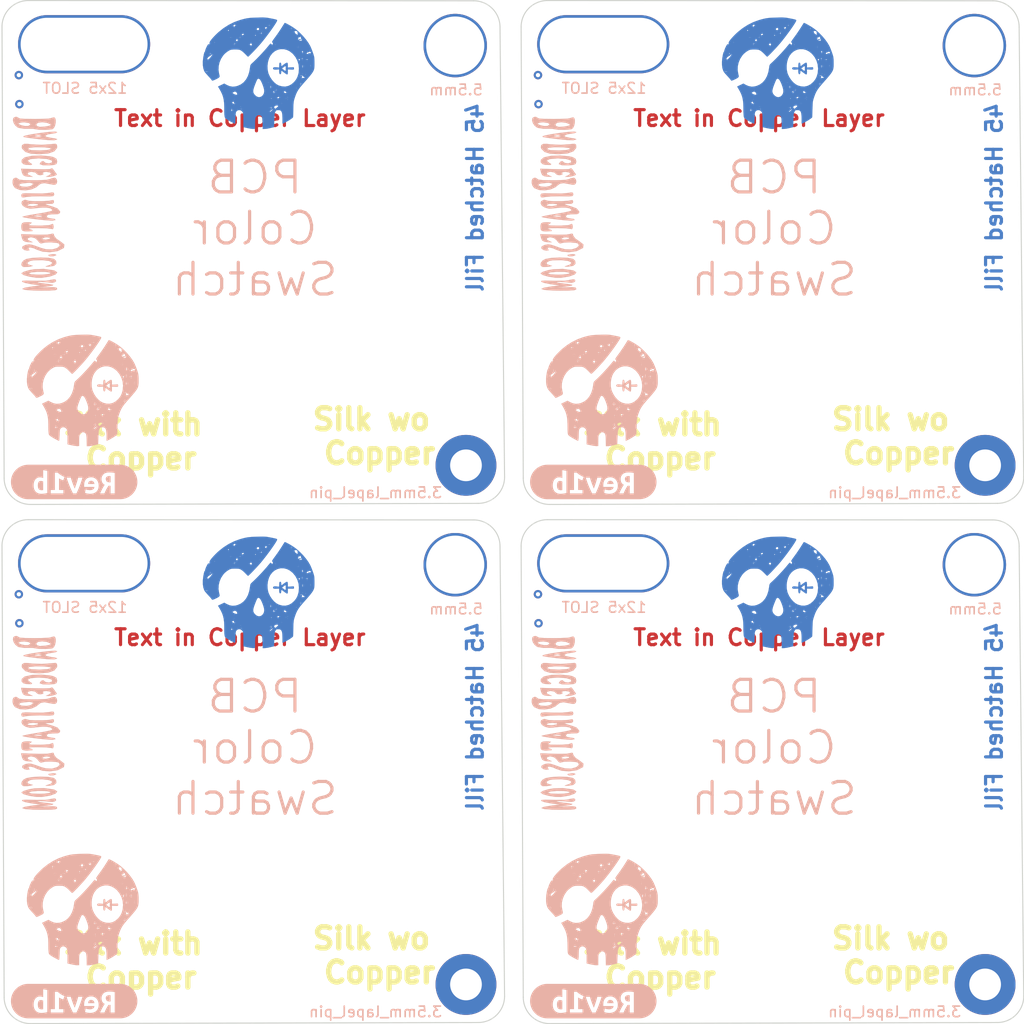
<source format=kicad_pcb>
(kicad_pcb (version 20211014) (generator pcbnew)
  (layers (0 "F.Cu" signal) (31 "B.Cu" signal) (34 "B.Paste" user) (35 "F.Paste" user) (36 "B.SilkS" user "B.Silkscreen") (37 "F.SilkS" user "F.Silkscreen") (38 "B.Mask" user) (39 "F.Mask" user) (44 "Edge.Cuts" user))
  (net 0 "")
  (footprint "BadgePiratesLogo:BadgePiratesURL_B.SLK" (layer "F.Cu") (at 149.920501 111.472895 90)
    (fp_text reference "G***8" hide)
    (fp_text value "LOGO" hide)
  )
  (footprint "BadgePirates:Hole_5.5mm" (layer "F.Cu") (at 188.630101 96.512295)
    (fp_text reference "REF**8" hide)
    (fp_text value "5.5mm" (at 0.0762 4.191) (layer "B.SilkS") (effects (justify mirror)))
    (pad "" thru_hole circle (at 0 0) (size 6 6) (drill 5.5) (layers *.Cu *.Mask))
  )
  (footprint "BadgePirates:Hole_3mm_lapel_pin" (layer "F.Cu") (at 140.546101 136.212495)
    (fp_text reference "REF**4" hide)
    (fp_text value "3.5mm_lapel_pin" (at -8.5598 2.5908) (layer "B.SilkS") (effects (justify mirror)))
    (pad "" thru_hole circle (at 0 0) (size 5.75 5.75) (drill 3) (layers *.Cu *.Mask))
  )
  (footprint "BadgePirates:Slot_12x5mm" (layer "F.Cu") (at 153.527301 96.359895)
    (fp_text reference "REF**9" hide)
    (fp_text value "12x5 SLOT" (at 0.0762 4.191) (layer "B.SilkS") (effects (justify mirror)))
    (pad "" thru_hole oval (at 0 0.0254) (size 12.5 5.5) (drill oval 12 5) (layers *.Cu *.Mask))
  )
  (footprint "BadgePirates:Hole_3mm_lapel_pin" (layer "F.Cu") (at 189.646101 136.212495)
    (fp_text reference "REF**7" hide)
    (fp_text value "3.5mm_lapel_pin" (at -8.5598 2.5908) (layer "B.SilkS") (effects (justify mirror)))
    (pad "" thru_hole circle (at 0 0) (size 5.75 5.75) (drill 3) (layers *.Cu *.Mask))
  )
  (footprint "BadgePirates:Hole_5.5mm" (layer "F.Cu") (at 139.530101 145.612295)
    (fp_text reference "REF**11" hide)
    (fp_text value "5.5mm" (at 0.0762 4.191) (layer "B.SilkS") (effects (justify mirror)))
    (pad "" thru_hole circle (at 0 0) (size 6 6) (drill 5.5) (layers *.Cu *.Mask))
  )
  (footprint "BadgePirates:Slot_12x5mm" (layer "F.Cu") (at 104.427301 145.459895)
    (fp_text reference "REF**12" hide)
    (fp_text value "12x5 SLOT" (at 0.0762 4.191) (layer "B.SilkS") (effects (justify mirror)))
    (pad "" thru_hole oval (at 0 0.0254) (size 12.5 5.5) (drill oval 12 5) (layers *.Cu *.Mask))
  )
  (footprint "BadgePiratesLogo:BadgePiratesURL_B.SLK" (layer "F.Cu") (at 100.820501 111.472895 90)
    (fp_text reference "G***5" hide)
    (fp_text value "LOGO" hide)
  )
  (footprint "BadgePiratesLogo:BadgePiratesURL_B.SLK" (layer "F.Cu") (at 100.820501 160.572895 90)
    (fp_text reference "G***11" hide)
    (fp_text value "LOGO" hide)
  )
  (footprint "BadgePirates:Hole_5.5mm" (layer "F.Cu") (at 139.530101 96.512295)
    (fp_text reference "REF**5" hide)
    (fp_text value "5.5mm" (at 0.0762 4.191) (layer "B.SilkS") (effects (justify mirror)))
    (pad "" thru_hole circle (at 0 0) (size 6 6) (drill 5.5) (layers *.Cu *.Mask))
  )
  (footprint "BadgePiratesLogo:BadgePiratesURL_B.SLK" (layer "F.Cu") (at 149.920501 160.572895 90)
    (fp_text reference "G***14" hide)
    (fp_text value "LOGO" hide)
  )
  (footprint "BadgePiratesLogo:BPSkull_Distressed_B.SILK" (layer "F.Cu") (at 104.325701 178.225895)
    (fp_text reference "G***10" hide)
    (fp_text value "BP Logo" hide)
  )
  (footprint "BadgePirates:Hole_3mm_lapel_pin" (layer "F.Cu") (at 140.546101 185.312495)
    (fp_text reference "REF**10" hide)
    (fp_text value "3.5mm_lapel_pin" (at -8.5598 2.5908) (layer "B.SilkS") (effects (justify mirror)))
    (pad "" thru_hole circle (at 0 0) (size 5.75 5.75) (drill 3) (layers *.Cu *.Mask))
  )
  (footprint "BadgePirates:Slot_12x5mm" (layer "F.Cu") (at 104.427301 96.359895)
    (fp_text reference "REF**6" hide)
    (fp_text value "12x5 SLOT" (at 0.0762 4.191) (layer "B.SilkS") (effects (justify mirror)))
    (pad "" thru_hole oval (at 0 0.0254) (size 12.5 5.5) (drill oval 12 5) (layers *.Cu *.Mask))
  )
  (footprint "BadgePiratesLogo:BPSkull_Distressed_B.SILK" (layer "F.Cu") (at 153.425701 178.225895)
    (fp_text reference "G***13" hide)
    (fp_text value "BP Logo" hide)
  )
  (footprint "BadgePirates:Hole_3mm_lapel_pin" (layer "F.Cu") (at 189.646101 185.312495)
    (fp_text reference "REF**13" hide)
    (fp_text value "3.5mm_lapel_pin" (at -8.5598 2.5908) (layer "B.SilkS") (effects (justify mirror)))
    (pad "" thru_hole circle (at 0 0) (size 5.75 5.75) (drill 3) (layers *.Cu *.Mask))
  )
  (footprint "BadgePirates:Hole_5.5mm" (layer "F.Cu") (at 188.630101 145.612295)
    (fp_text reference "REF**14" hide)
    (fp_text value "5.5mm" (at 0.0762 4.191) (layer "B.SilkS") (effects (justify mirror)))
    (pad "" thru_hole circle (at 0 0) (size 6 6) (drill 5.5) (layers *.Cu *.Mask))
  )
  (footprint "BadgePiratesLogo:BPSkull_Distressed_B.SILK" (layer "F.Cu") (at 104.325701 129.125895)
    (fp_text reference "G***4" hide)
    (fp_text value "BP Logo" hide)
  )
  (footprint "BadgePiratesLogo:BPSkull_Distressed_B.SILK" (layer "F.Cu") (at 153.425701 129.125895)
    (fp_text reference "G***7" hide)
    (fp_text value "BP Logo" hide)
  )
  (footprint "BadgePirates:Slot_12x5mm" (layer "F.Cu") (at 153.527301 145.459895)
    (fp_text reference "REF**15" hide)
    (fp_text value "12x5 SLOT" (at 0.0762 4.191) (layer "B.SilkS") (effects (justify mirror)))
    (pad "" thru_hole oval (at 0 0.0254) (size 12.5 5.5) (drill oval 12 5) (layers *.Cu *.Mask))
  )
  (footprint "BadgePiratesLogo:BPSkull_Distressed_F.CU" (layer "B.Cu") (at 120.962701 99.128495 180)
    (fp_text reference "G***6" hide)
    (fp_text value "BP LOGO" hide)
    (fp_poly (pts (xy -2.543448 0.957753) (xy -2.400288 0.861304) (xy -2.374228 0.842045) (xy -2.129692 0.659962) (xy -2.110154 0.828212) (xy -2.090326 0.936955) (xy -2.057084 0.986573) (xy -2.012461 0.996461) (xy -1.967798 0.9866) (xy -1.941994 0.945141) (xy -1.928083 0.854276) (xy -1.922426 0.766316) (xy -1.910544 0.53617) (xy -1.661964 0.559383) (xy -1.514964 0.568522) (xy -1.425058 0.560314) (xy -1.372623 0.532335) (xy -1.363497 0.522484) (xy -1.334698 0.448019) (xy -1.354927 0.397263) (xy -1.393497 0.361609) (xy -1.46344 0.344528) (xy -1.583707 0.342782) (xy -1.655507 0.345934) (xy -1.914769 0.359714) (xy -1.914769 0.165103) (xy -1.927826 0.022508) (xy -1.9631 -0.067865) (xy -2.01475 -0.096846) (xy -2.064191 -0.069409) (xy -2.096292 -0.000428) (xy -2.110141 0.10245) (xy -2.110154 0.105508) (xy -2.115315 0.192812) (xy -2.12791 0.233984) (xy -2.129582 0.234461) (xy -2.168117 0.212931) (xy -2.252353 0.155977) (xy -2.36546 0.075058) (xy -2.387881 0.058615) (xy -2.520735 -0.037303) (xy -2.606274 -0.092025) (xy -2.658922 -0.112274) (xy -2.693106 -0.104771) (xy -2.709333 -0.09118) (xy -2.72386 -0.040395) (xy -2.733317 0.062235) (xy -2.735384 0.14684) (xy -2.735384 0.358809) (xy -2.979615 0.350756) (xy -3.145101 0.346063) (xy -3.246975 0.348445) (xy -3.299743 0.3626) (xy -3.317909 0.393224) (xy -3.315981 0.445015) (xy -3.315376 0.450316) (xy -2.54 0.450316) (xy -2.537218 0.309847) (xy -2.520956 0.236509) (xy -2.479337 0.226051) (xy -2.400484 0.27422) (xy -2.291375 0.361309) (xy -2.179519 0.452943) (xy -2.310913 0.551625) (xy -2.429129 0.638658) (xy -2.497549 0.673971) (xy -2.529778 0.65155) (xy -2.539415 0.565378) (xy -2.54 0.450316) (xy -3.315376 0.450316) (xy -3.314365 0.459154) (xy -3.302 0.566615) (xy -2.735384 0.538753) (xy -2.735384 0.759064) (xy -2.727612 0.90029) (xy -2.698663 0.979187) (xy -2.640091 0.997694) (xy -2.543448 0.957753)) (layer "B.Cu") (width 0.01) (fill solid))
    (fp_poly (pts (xy -2.438927 4.757491) (xy -2.413077 4.719712) (xy -2.354399 4.628404) (xy -2.27113 4.496534) (xy -2.171505 4.337071) (xy -2.152436 4.306381) (xy -2.019891 4.10012) (xy -1.859846 3.862009) (xy -1.69273 3.621926) (xy -1.542991 3.415142) (xy -1.409592 3.233456) (xy -1.319352 3.103678) (xy -1.26697 3.016398) (xy -1.247149 2.962206) (xy -1.25459 2.931691) (xy -1.265849 2.922934) (xy -1.309484 2.869338) (xy -1.327277 2.792465) (xy -1.317256 2.724343) (xy -1.279769 2.696906) (xy -1.183637 2.730793) (xy -1.129167 2.804231) (xy -1.100024 2.8002) (xy -1.037352 2.744526) (xy -0.953677 2.648706) (xy -0.937692 2.628517) (xy -0.759332 2.410553) (xy -0.538512 2.156931) (xy -0.290841 1.884297) (xy -0.031927 1.609301) (xy 0.22262 1.348591) (xy 0.457193 1.118813) (xy 0.612356 0.975248) (xy 0.719139 0.875626) (xy 0.78138 0.797007) (xy 0.81442 0.710173) (xy 0.833599 0.585907) (xy 0.838044 0.545402) (xy 0.913027 0.113416) (xy 1.038822 -0.265293) (xy 1.213555 -0.588282) (xy 1.435354 -0.853106) (xy 1.702347 -1.057321) (xy 2.012659 -1.198482) (xy 2.214428 -1.25103) (xy 2.499268 -1.273252) (xy 2.776684 -1.22342) (xy 3.0583 -1.099386) (xy 3.069825 -1.092846) (xy 3.273304 -0.976427) (xy 3.571526 -1.118051) (xy 3.869747 -1.259676) (xy 3.74945 -1.460223) (xy 3.59366 -1.736776) (xy 3.474358 -1.993046) (xy 3.387278 -2.246462) (xy 3.328152 -2.514454) (xy 3.292713 -2.814453) (xy 3.276694 -3.163887) (xy 3.274623 -3.399692) (xy 3.271935 -3.694427) (xy 3.262925 -3.916741) (xy 3.247229 -4.072139) (xy 3.224481 -4.166126) (xy 3.22379 -4.167805) (xy 3.185405 -4.231654) (xy 3.117107 -4.298199) (xy 3.007129 -4.376392) (xy 2.843706 -4.475183) (xy 2.748676 -4.529261) (xy 2.583015 -4.620443) (xy 2.440098 -4.695491) (xy 2.334625 -4.746936) (xy 2.281294 -4.767308) (xy 2.280065 -4.767379) (xy 2.258715 -4.734905) (xy 2.242001 -4.635032) (xy 2.229513 -4.464096) (xy 2.22145 -4.242648) (xy 2.214453 -4.024114) (xy 2.205171 -3.868608) (xy 2.191326 -3.761003) (xy 2.170639 -3.686174) (xy 2.140834 -3.628993) (xy 2.125829 -3.607648) (xy 2.013296 -3.513712) (xy 1.979243 -3.50555) (xy 2.508105 -3.50555) (xy 2.527789 -3.530763) (xy 2.585951 -3.545633) (xy 2.639452 -3.504457) (xy 2.648276 -3.485173) (xy 2.629014 -3.448302) (xy 2.582333 -3.438769) (xy 2.512038 -3.457674) (xy 2.508105 -3.50555) (xy 1.979243 -3.50555) (xy 1.875709 -3.480735) (xy 1.733549 -3.506154) (xy 1.607297 -3.587409) (xy 1.53651 -3.681321) (xy 1.509851 -3.742147) (xy 1.490779 -3.819039) (xy 1.478087 -3.925281) (xy 1.470568 -4.074153) (xy 1.467016 -4.27894) (xy 1.466254 -4.454769) (xy 1.465385 -5.099539) (xy 1.074616 -5.187659) (xy 0.890461 -5.224727) (xy 0.71694 -5.251877) (xy 0.579468 -5.265478) (xy 0.527539 -5.265813) (xy 0.371231 -5.255846) (xy 0.37003 -4.766128) (xy 0.367818 -4.552371) (xy 0.360974 -4.399974) (xy 0.347347 -4.292184) (xy 0.324787 -4.212244) (xy 0.291144 -4.143403) (xy 0.289812 -4.141112) (xy 0.183322 -4.018862) (xy 0.053515 -3.957448) (xy -0.081678 -3.95846) (xy -0.204326 -4.023486) (xy -0.263275 -4.092111) (xy -0.292803 -4.151996) (xy -0.31413 -4.236548) (xy -0.32903 -4.359655) (xy -0.33928 -4.535201) (xy -0.34567 -4.736259) (xy -0.359187 -5.275385) (xy -0.521516 -5.272278) (xy -0.652693 -5.261679) (xy -0.815303 -5.237794) (xy -0.918308 -5.217715) (xy -1.07154 -5.183117) (xy -1.216205 -5.148874) (xy -1.289538 -5.130513) (xy -1.426308 -5.094767) (xy -1.449113 -4.449487) (xy -1.459738 -4.192948) (xy -1.471984 -4.000966) (xy -1.487516 -3.859947) (xy -1.507995 -3.756294) (xy -1.535086 -3.676412) (xy -1.546806 -3.650796) (xy -1.603231 -3.552308) (xy -1.665554 -3.505138) (xy -1.766017 -3.487022) (xy -1.786276 -3.485442) (xy -1.934959 -3.488833) (xy -2.047939 -3.528509) (xy -2.129414 -3.612162) (xy -2.183583 -3.747483) (xy -2.214645 -3.942165) (xy -2.226798 -4.2039) (xy -2.227384 -4.293631) (xy -2.227384 -4.76545) (xy -2.334846 -4.724929) (xy -2.461125 -4.668894) (xy -2.613095 -4.588944) (xy -2.775408 -4.494777) (xy -2.93272 -4.396092) (xy -3.069683 -4.302587) (xy -3.170952 -4.22396) (xy -3.22118 -4.169908) (xy -3.223689 -4.163209) (xy -3.229875 -4.099506) (xy -3.236715 -3.971919) (xy -3.243641 -3.794708) (xy -3.250086 -3.582134) (xy -3.254547 -3.392816) (xy -1.308713 -3.392816) (xy -1.296901 -3.430517) (xy -1.242725 -3.501935) (xy -1.204406 -3.543662) (xy -1.102635 -3.637915) (xy -1.0385 -3.673136) (xy -1.016001 -3.647137) (xy -1.016 -3.646698) (xy -1.041977 -3.604087) (xy -1.105464 -3.538441) (xy -1.184795 -3.468552) (xy -1.258303 -3.413212) (xy -1.304324 -3.391213) (xy -1.308713 -3.392816) (xy -3.254547 -3.392816) (xy -3.254742 -3.384555) (xy 1.654663 -3.384555) (xy 1.660769 -3.399692) (xy 1.695884 -3.436971) (xy 1.702152 -3.438769) (xy 1.718937 -3.408536) (xy 1.719385 -3.399692) (xy 1.689344 -3.362117) (xy 1.678002 -3.360616) (xy 1.654663 -3.384555) (xy -3.254742 -3.384555) (xy -3.254846 -3.380154) (xy -3.260577 -3.126855) (xy -3.261833 -3.091924) (xy -1.829308 -3.091924) (xy -1.795988 -3.15572) (xy -1.709615 -3.24279) (xy -1.622309 -3.319648) (xy -1.570436 -3.35214) (xy -1.532435 -3.349378) (xy -1.501611 -3.330709) (xy -1.479347 -3.304442) (xy -1.243604 -3.304442) (xy -1.229692 -3.318879) (xy -1.203921 -3.320296) (xy -1.132353 -3.299541) (xy -1.112085 -3.279862) (xy -1.097339 -3.229692) (xy -1.133785 -3.226255) (xy -1.194699 -3.262084) (xy -1.243604 -3.304442) (xy -1.479347 -3.304442) (xy -1.43726 -3.254788) (xy -1.439033 -3.174456) (xy -1.462806 -3.145692) (xy 1.719385 -3.145692) (xy 1.738923 -3.165231) (xy 1.758462 -3.145692) (xy 1.738923 -3.126154) (xy 1.719385 -3.145692) (xy -1.462806 -3.145692) (xy -1.497191 -3.10409) (xy -1.601994 -3.058064) (xy -1.693154 -3.048) (xy -1.795197 -3.057993) (xy -1.829308 -3.091924) (xy -3.261833 -3.091924) (xy -3.26751 -2.934183) (xy -3.268576 -2.91908) (xy 2.309369 -2.91908) (xy 2.32736 -2.930351) (xy 2.344616 -2.930769) (xy 2.382557 -2.901033) (xy 2.383692 -2.891692) (xy 2.416421 -2.859943) (xy 2.461846 -2.852616) (xy 2.525488 -2.828568) (xy 2.534663 -2.773484) (xy 2.48877 -2.712955) (xy 2.465472 -2.698248) (xy 2.410425 -2.68183) (xy 2.373588 -2.717913) (xy 2.348241 -2.780858) (xy 2.316159 -2.876292) (xy 2.309369 -2.91908) (xy -3.268576 -2.91908) (xy -3.27465 -2.833077) (xy -2.188308 -2.833077) (xy -2.168769 -2.852616) (xy -2.149231 -2.833077) (xy -2.168769 -2.813539) (xy -2.188308 -2.833077) (xy -3.27465 -2.833077) (xy -3.278073 -2.784621) (xy -3.294694 -2.660653) (xy -3.319798 -2.54476) (xy -3.349238 -2.442308) (xy -2.696308 -2.442308) (xy -2.676769 -2.461846) (xy -2.657231 -2.442308) (xy 2.305539 -2.442308) (xy 2.325077 -2.461846) (xy 2.344616 -2.442308) (xy 2.325077 -2.422769) (xy 2.305539 -2.442308) (xy -2.657231 -2.442308) (xy -2.676769 -2.422769) (xy -2.696308 -2.442308) (xy -3.349238 -2.442308) (xy -3.355814 -2.419426) (xy -3.373726 -2.364154) (xy -2.579077 -2.364154) (xy -2.559538 -2.383692) (xy -2.557232 -2.381386) (xy -1.211384 -2.381386) (xy -1.183018 -2.421179) (xy -1.172308 -2.422769) (xy -1.134247 -2.409437) (xy -1.133231 -2.405537) (xy -1.160613 -2.372174) (xy -1.172308 -2.364154) (xy -1.208316 -2.367252) (xy -1.211384 -2.381386) (xy -2.557232 -2.381386) (xy -2.54 -2.364154) (xy -2.559538 -2.344616) (xy -2.579077 -2.364154) (xy -3.373726 -2.364154) (xy -3.405169 -2.267134) (xy -3.405391 -2.266462) (xy -2.735384 -2.266462) (xy -2.721087 -2.298626) (xy -2.709333 -2.292513) (xy -2.707186 -2.271216) (xy -1.933196 -2.271216) (xy -1.926902 -2.30244) (xy -1.885977 -2.355698) (xy -1.819157 -2.377074) (xy -1.756256 -2.365929) (xy -1.727087 -2.321628) (xy -1.728283 -2.306685) (xy -1.771174 -2.258334) (xy -1.843662 -2.234853) (xy -1.91696 -2.235213) (xy -1.933196 -2.271216) (xy -2.707186 -2.271216) (xy -2.704656 -2.246138) (xy -2.709333 -2.24041) (xy -2.732564 -2.245774) (xy -2.735384 -2.266462) (xy -3.405391 -2.266462) (xy -3.411868 -2.246923) (xy -3.507819 -1.984744) (xy -3.585934 -1.816504) (xy -2.608592 -1.816504) (xy -2.600822 -1.861406) (xy -2.530231 -1.884775) (xy -2.442483 -1.87048) (xy -2.369517 -1.815824) (xy -2.363974 -1.802323) (xy -1.484923 -1.802323) (xy -1.458714 -1.834509) (xy -1.404503 -1.828529) (xy -1.358916 -1.790164) (xy -1.355027 -1.78182) (xy -1.349132 -1.719435) (xy -1.35401 -1.709893) (xy -0.503425 -1.709893) (xy -0.475022 -1.883557) (xy -0.429631 -1.993345) (xy -0.313467 -2.148735) (xy -0.164559 -2.241053) (xy 0.002234 -2.267213) (xy 0.17205 -2.224134) (xy 0.293713 -2.14343) (xy 0.421966 -2.014777) (xy 0.433482 -1.996651) (xy 2.052893 -1.996651) (xy 2.056977 -2.034533) (xy 2.102063 -2.043843) (xy 2.196858 -2.030437) (xy 2.31906 -1.992092) (xy 2.419256 -1.934362) (xy 2.432038 -1.922869) (xy 2.511048 -1.843858) (xy 2.385777 -1.779078) (xy 2.295758 -1.738994) (xy 2.233699 -1.739309) (xy 2.165792 -1.776358) (xy 2.09596 -1.83662) (xy 2.068087 -1.886362) (xy 2.058074 -1.967388) (xy 2.052893 -1.996651) (xy 0.433482 -1.996651) (xy 0.503159 -1.88699) (xy 0.538584 -1.746392) (xy 0.533947 -1.660769) (xy 2.344616 -1.660769) (xy 2.364154 -1.680308) (xy 2.383692 -1.660769) (xy 2.364154 -1.641231) (xy 2.344616 -1.660769) (xy 0.533947 -1.660769) (xy 0.529534 -1.579305) (xy 0.477301 -1.372054) (xy 0.389665 -1.127583) (xy 0.301676 -0.904037) (xy 0.235037 -0.743246) (xy 0.18412 -0.634615) (xy 0.143298 -0.567549) (xy 0.106944 -0.531452) (xy 0.069432 -0.515729) (xy 0.064134 -0.514621) (xy -0.024381 -0.530291) (xy -0.115639 -0.612891) (xy -0.211364 -0.765127) (xy -0.31328 -0.989702) (xy -0.415548 -1.267075) (xy -0.483713 -1.510243) (xy -0.503425 -1.709893) (xy -1.35401 -1.709893) (xy -1.35702 -1.704006) (xy -1.400098 -1.705321) (xy -1.453872 -1.744733) (xy -1.484425 -1.796171) (xy -1.484923 -1.802323) (xy -2.363974 -1.802323) (xy -2.344615 -1.755174) (xy -2.375199 -1.712973) (xy -2.445445 -1.703148) (xy -2.523099 -1.727487) (xy -2.545651 -1.744037) (xy -2.608592 -1.816504) (xy -3.585934 -1.816504) (xy -3.61472 -1.754509) (xy -3.744467 -1.536603) (xy -3.752917 -1.525034) (xy -1.713913 -1.525034) (xy -1.711385 -1.538638) (xy -1.685292 -1.572846) (xy -1.625746 -1.62771) (xy -1.590856 -1.641231) (xy -1.563318 -1.63355) (xy -1.566333 -1.630173) (xy -1.607046 -1.60099) (xy -1.660769 -1.561789) (xy -1.713913 -1.525034) (xy -3.752917 -1.525034) (xy -3.8393 -1.406769) (xy -3.556 -1.406769) (xy -3.541702 -1.438934) (xy -3.529949 -1.432821) (xy -3.525272 -1.386445) (xy -3.529949 -1.380718) (xy -3.55318 -1.386082) (xy -3.556 -1.406769) (xy -3.8393 -1.406769) (xy -3.908953 -1.311409) (xy -3.939896 -1.27446) (xy -1.167585 -1.27446) (xy -1.157928 -1.328412) (xy -1.147319 -1.340579) (xy -1.098607 -1.348482) (xy -1.059111 -1.308875) (xy -1.055077 -1.287232) (xy -1.086762 -1.254599) (xy -1.113692 -1.250462) (xy -1.167585 -1.27446) (xy -3.939896 -1.27446) (xy -4.120074 -1.05931) (xy -4.158237 -1.016) (xy -4.024923 -1.016) (xy -3.993272 -1.050668) (xy -3.966308 -1.055077) (xy -3.914305 -1.033977) (xy -3.907692 -1.016) (xy -3.939343 -0.981332) (xy -3.966308 -0.976923) (xy -4.01831 -0.998024) (xy -4.024923 -1.016) (xy -4.158237 -1.016) (xy -4.424854 -0.71474) (xy -4.644397 -0.463937) (xy -4.672262 -0.431109) (xy -4.330018 -0.431109) (xy -4.287175 -0.45434) (xy -4.226355 -0.45045) (xy -4.135391 -0.447943) (xy -4.08219 -0.47111) (xy -4.082016 -0.471387) (xy -4.051238 -0.505409) (xy -4.045919 -0.468795) (xy -4.066016 -0.364787) (xy -4.074361 -0.332154) (xy -3.985846 -0.332154) (xy -3.966308 -0.351692) (xy -3.946769 -0.332154) (xy -3.966308 -0.312616) (xy -3.985846 -0.332154) (xy -4.074361 -0.332154) (xy -4.084356 -0.293077) (xy -4.109257 -0.212617) (xy -4.024923 -0.212617) (xy -4.004521 -0.266083) (xy -3.985846 -0.273539) (xy -3.947888 -0.245492) (xy -3.946769 -0.236768) (xy -3.975174 -0.183845) (xy -3.985846 -0.175846) (xy -4.0193 -0.184705) (xy -4.024923 -0.212617) (xy -4.109257 -0.212617) (xy -4.11508 -0.193804) (xy -4.13399 -0.166502) (xy -4.139516 -0.195888) (xy -4.176053 -0.294319) (xy -4.227549 -0.332657) (xy -4.310193 -0.385543) (xy -4.330018 -0.431109) (xy -4.672262 -0.431109) (xy -4.821426 -0.255383) (xy -4.921137 -0.130257) (xy -4.441743 -0.130257) (xy -4.436379 -0.153488) (xy -4.415692 -0.156308) (xy -4.383527 -0.14201) (xy -4.389641 -0.130257) (xy -4.436016 -0.12558) (xy -4.441743 -0.130257) (xy -4.921137 -0.130257) (xy -4.960498 -0.080865) (xy -5.004081 -0.019539) (xy -4.181231 -0.019539) (xy -4.161692 -0.039077) (xy -4.142154 -0.019539) (xy -4.161692 0) (xy -4.181231 -0.019539) (xy -5.004081 -0.019539) (xy -5.066172 0.067827) (xy -5.143009 0.198904) (xy -5.195566 0.320577) (xy -5.228402 0.441057) (xy -5.229304 0.447564) (xy -3.788274 0.447564) (xy -3.75684 0.054219) (xy -3.731435 -0.069615) (xy -3.646267 -0.347646) (xy -3.526082 -0.581096) (xy -3.354034 -0.801397) (xy -3.318895 -0.839294) (xy -3.068404 -1.05596) (xy -2.798733 -1.196881) (xy -2.510536 -1.261908) (xy -2.204469 -1.250893) (xy -1.887128 -1.16592) (xy -1.658337 -1.044289) (xy -1.459015 -0.879231) (xy -0.898769 -0.879231) (xy -0.879231 -0.898769) (xy -0.859692 -0.879231) (xy -0.879231 -0.859692) (xy -0.898769 -0.879231) (xy -1.459015 -0.879231) (xy -1.435043 -0.85938) (xy -1.229308 -0.625796) (xy -1.053192 -0.358136) (xy -0.918753 -0.071002) (xy -0.87566 0.058615) (xy -0.815852 0.379362) (xy -0.809526 0.721482) (xy -0.853916 1.062913) (xy -0.94625 1.381598) (xy -1.074265 1.640675) (xy -1.278464 1.898829) (xy -1.518508 2.092246) (xy -1.785221 2.220076) (xy -2.069428 2.281468) (xy -2.361955 2.275569) (xy -2.653627 2.201529) (xy -2.935269 2.058497) (xy -3.197706 1.845622) (xy -3.204993 1.838343) (xy -3.452089 1.536435) (xy -3.63336 1.197871) (xy -3.746268 0.831848) (xy -3.788274 0.447564) (xy -5.229304 0.447564) (xy -5.246077 0.568555) (xy -5.250946 0.666852) (xy -4.914111 0.666852) (xy -4.908766 0.664308) (xy -4.873105 0.691817) (xy -4.866348 0.701553) (xy -4.163456 0.701553) (xy -4.159293 0.615406) (xy -4.143284 0.539399) (xy -4.120449 0.508) (xy -4.113543 0.542659) (xy -4.112388 0.629235) (xy -4.113445 0.664161) (xy -4.123445 0.758257) (xy -4.142754 0.775405) (xy -4.151567 0.763331) (xy -4.163456 0.701553) (xy -4.866348 0.701553) (xy -4.865077 0.703384) (xy -4.855119 0.739917) (xy -4.860464 0.742461) (xy -4.896125 0.714952) (xy -4.904154 0.703384) (xy -4.914111 0.666852) (xy -5.250946 0.666852) (xy -5.253148 0.711282) (xy -5.254175 0.877449) (xy -5.253897 0.957384) (xy -5.252094 1.179939) (xy -5.24896 1.27) (xy -4.689231 1.27) (xy -4.669692 1.250461) (xy -4.650154 1.27) (xy -4.669692 1.289538) (xy -4.611077 1.289538) (xy -4.579426 1.25487) (xy -4.552461 1.250461) (xy -4.500459 1.271562) (xy -4.493846 1.289538) (xy -4.516928 1.314822) (xy -3.882329 1.314822) (xy -3.864618 1.258842) (xy -3.857007 1.246276) (xy -3.818896 1.193788) (xy -3.7938 1.209511) (xy -3.774554 1.250126) (xy -3.754339 1.320734) (xy -3.759191 1.349448) (xy -3.8078 1.354848) (xy -3.841645 1.345598) (xy -3.882329 1.314822) (xy -4.516928 1.314822) (xy -4.525497 1.324207) (xy -4.552461 1.328615) (xy -4.604464 1.307515) (xy -4.611077 1.289538) (xy -4.669692 1.289538) (xy -4.689231 1.27) (xy -5.24896 1.27) (xy -5.246292 1.346664) (xy -5.244218 1.367692) (xy -4.142154 1.367692) (xy -4.114107 1.329734) (xy -4.105383 1.328615) (xy -4.05246 1.35702) (xy -4.044461 1.367692) (xy -4.05332 1.401146) (xy -4.081232 1.406769) (xy -4.134698 1.386367) (xy -4.142154 1.367692) (xy -5.244218 1.367692) (xy -5.233149 1.479877) (xy -5.20932 1.601901) (xy -5.171462 1.735055) (xy -5.116231 1.90166) (xy -5.10947 1.92147) (xy -5.106982 1.928377) (xy -4.923692 1.928377) (xy -4.902642 1.885581) (xy -4.828977 1.884779) (xy -4.819107 1.886574) (xy -4.713903 1.882057) (xy -4.660008 1.852052) (xy -4.581286 1.800921) (xy -4.521733 1.825032) (xy -4.512327 1.838327) (xy -4.511843 1.89893) (xy -4.556566 1.954156) (xy -4.618278 1.97184) (xy -4.627212 1.969283) (xy -4.689905 1.979775) (xy -4.72615 2.009862) (xy -4.726758 2.010155) (xy -4.181231 2.010155) (xy -4.173813 1.962602) (xy -4.135003 1.960574) (xy -4.085737 1.977948) (xy -4.045138 2.011047) (xy -4.06743 2.055672) (xy -4.127572 2.090158) (xy -4.172321 2.057275) (xy -4.181231 2.010155) (xy -4.726758 2.010155) (xy -4.79374 2.042405) (xy -4.868754 2.021526) (xy -4.918338 1.960776) (xy -4.923692 1.928377) (xy -5.106982 1.928377) (xy -5.037082 2.122417) (xy -4.95754 2.325834) (xy -4.88874 2.487897) (xy -3.738359 2.487897) (xy -3.732995 2.464666) (xy -3.712308 2.461846) (xy -3.680143 2.476144) (xy -3.686256 2.487897) (xy -3.732631 2.492574) (xy -3.738359 2.487897) (xy -4.88874 2.487897) (xy -4.882592 2.502379) (xy -4.843435 2.585778) (xy -4.778854 2.696308) (xy -1.563077 2.696308) (xy -1.548779 2.664143) (xy -1.537026 2.670256) (xy -1.532349 2.716631) (xy -1.537026 2.722359) (xy -1.560257 2.716995) (xy -1.563077 2.696308) (xy -4.778854 2.696308) (xy -4.672394 2.878511) (xy -4.53256 3.071506) (xy -4.064 3.071506) (xy -4.02932 3.067882) (xy -3.942866 3.065893) (xy -3.910278 3.065762) (xy -3.813967 3.071578) (xy -3.784919 3.091851) (xy -3.795904 3.113174) (xy -3.859037 3.144518) (xy -3.887058 3.140705) (xy -3.949171 3.147088) (xy -3.964832 3.162843) (xy -3.966826 3.208491) (xy -3.917434 3.228518) (xy -3.840094 3.219867) (xy -3.770621 3.188165) (xy -3.703052 3.154497) (xy -3.673298 3.160663) (xy -3.673231 3.162024) (xy -3.701468 3.216365) (xy -3.708639 3.221579) (xy -3.728856 3.27212) (xy -3.72362 3.321577) (xy -3.723188 3.379733) (xy -3.776939 3.398977) (xy -3.803501 3.399692) (xy -3.896724 3.424563) (xy -3.947778 3.468077) (xy -3.979827 3.514677) (xy -3.978699 3.495075) (xy -3.970749 3.468765) (xy -3.970156 3.39136) (xy -3.993998 3.279252) (xy -4.006875 3.23916) (xy -4.041405 3.140117) (xy -4.061722 3.079564) (xy -4.064 3.071506) (xy -4.53256 3.071506) (xy -4.446372 3.19046) (xy -4.179898 3.505114) (xy -4.046486 3.642383) (xy -3.699391 3.642383) (xy -3.657847 3.639997) (xy -3.600663 3.662029) (xy -1.830316 3.662029) (xy -1.820808 3.640191) (xy -1.781462 3.598241) (xy -1.758842 3.606846) (xy -1.758461 3.612309) (xy -1.786217 3.645361) (xy -1.803576 3.657424) (xy -1.830316 3.662029) (xy -3.600663 3.662029) (xy -3.560494 3.677505) (xy -3.522927 3.695631) (xy -3.440172 3.754501) (xy -3.40033 3.817404) (xy -3.399692 3.824585) (xy -3.393006 3.849077) (xy -1.953846 3.849077) (xy -1.934308 3.829538) (xy -1.914769 3.849077) (xy -1.934308 3.868615) (xy -1.953846 3.849077) (xy -3.393006 3.849077) (xy -3.377179 3.907042) (xy -3.358173 3.933581) (xy -3.352772 3.967838) (xy -3.418675 3.994985) (xy -3.44593 4.000955) (xy -3.56526 3.997325) (xy -3.642279 3.940492) (xy -3.662934 3.843022) (xy -3.657199 3.812033) (xy -3.659967 3.724757) (xy -3.679651 3.685033) (xy -3.699391 3.642383) (xy -4.046486 3.642383) (xy -3.887502 3.805962) (xy -3.583713 4.076494) (xy -3.417805 4.205816) (xy -3.397012 4.220308) (xy -3.087077 4.220308) (xy -3.073744 4.182247) (xy -3.069845 4.181231) (xy -3.036482 4.208613) (xy -3.028461 4.220308) (xy -3.03156 4.256316) (xy -3.045694 4.259384) (xy -3.085487 4.231018) (xy -3.087077 4.220308) (xy -3.397012 4.220308) (xy -3.278826 4.302679) (xy -3.11742 4.40643) (xy -2.947225 4.509382) (xy -2.781881 4.603849) (xy -2.635025 4.682143) (xy -2.520298 4.73658) (xy -2.451337 4.759471) (xy -2.438927 4.757491)) (layer "B.Cu") (width 0.01) (fill solid))
    (fp_poly (pts (xy -0.126879 5.270691) (xy 0.139166 5.264222) (xy 0.17547 5.263225) (xy 0.485142 5.253004) (xy 0.736753 5.239453) (xy 0.950393 5.219605) (xy 1.146155 5.190494) (xy 1.34413 5.149155) (xy 1.564408 5.09262) (xy 1.816862 5.020904) (xy 2.335584 4.833391) (xy 2.850085 4.577373) (xy 3.345366 4.261752) (xy 3.806427 3.895432) (xy 3.973676 3.740796) (xy 4.235306 3.478945) (xy 4.437297 3.256611) (xy 4.578596 3.075149) (xy 4.658151 2.935917) (xy 4.674912 2.840272) (xy 4.67416 2.836965) (xy 4.667478 2.748029) (xy 4.698641 2.714) (xy 4.750419 2.737519) (xy 4.784822 2.740856) (xy 4.830303 2.693461) (xy 4.893647 2.586725) (xy 4.939629 2.497469) (xy 5.006487 2.352596) (xy 5.056057 2.223781) (xy 5.079304 2.135038) (xy 5.08 2.124442) (xy 5.092946 2.053538) (xy 5.115945 2.032) (xy 5.145983 1.995605) (xy 5.180155 1.896491) (xy 5.215444 1.749766) (xy 5.24883 1.570537) (xy 5.277295 1.373911) (xy 5.297818 1.174995) (xy 5.303358 1.094154) (xy 5.301868 0.761082) (xy 5.259527 0.466368) (xy 5.178685 0.222148) (xy 5.111637 0.103398) (xy 5.04852 0.022703) (xy 4.947143 -0.095545) (xy 4.823672 -0.23281) (xy 4.740639 -0.321956) (xy 4.623216 -0.449684) (xy 4.529178 -0.55865) (xy 4.469792 -0.635376) (xy 4.454769 -0.66388) (xy 4.428771 -0.698032) (xy 4.348596 -0.689921) (xy 4.210971 -0.638658) (xy 4.015154 -0.544651) (xy 3.861626 -0.463699) (xy 3.768208 -0.398702) (xy 3.72542 -0.330039) (xy 3.723785 -0.238091) (xy 3.753824 -0.103236) (xy 3.770923 -0.039077) (xy 3.801334 0.156308) (xy 4.884616 0.156308) (xy 4.914352 0.118366) (xy 4.923692 0.117231) (xy 4.961634 0.146967) (xy 4.962769 0.156308) (xy 4.933033 0.194249) (xy 4.923692 0.195384) (xy 4.885751 0.165648) (xy 4.884616 0.156308) (xy 3.801334 0.156308) (xy 3.82462 0.305907) (xy 3.809382 0.663643) (xy 3.729393 1.019276) (xy 3.706426 1.074615) (xy 5.119077 1.074615) (xy 5.138616 1.055077) (xy 5.158154 1.074615) (xy 5.138616 1.094154) (xy 5.119077 1.074615) (xy 3.706426 1.074615) (xy 3.588832 1.357948) (xy 3.391881 1.664803) (xy 3.279137 1.792211) (xy 4.401877 1.792211) (xy 4.406477 1.753188) (xy 4.454344 1.666801) (xy 4.544674 1.538398) (xy 4.552632 1.527888) (xy 4.669527 1.390934) (xy 4.767085 1.309334) (xy 4.838938 1.286093) (xy 4.869713 1.31559) (xy 4.975795 1.31559) (xy 4.981159 1.292358) (xy 5.001846 1.289538) (xy 5.034011 1.303836) (xy 5.027898 1.31559) (xy 4.981522 1.320266) (xy 4.975795 1.31559) (xy 4.869713 1.31559) (xy 4.878715 1.324217) (xy 4.884616 1.371198) (xy 4.855381 1.451194) (xy 4.786513 1.534939) (xy 4.706265 1.59194) (xy 4.671831 1.600854) (xy 4.621991 1.626589) (xy 4.545112 1.688681) (xy 4.5257 1.706766) (xy 4.441349 1.77852) (xy 4.401877 1.792211) (xy 3.279137 1.792211) (xy 3.244528 1.831321) (xy 3.202093 1.86864) (xy 4.536518 1.86864) (xy 4.564515 1.841511) (xy 4.572 1.836615) (xy 4.630801 1.802494) (xy 4.648926 1.812642) (xy 4.650154 1.836615) (xy 4.617934 1.869459) (xy 4.581769 1.875094) (xy 4.536518 1.86864) (xy 3.202093 1.86864) (xy 3.106496 1.952711) (xy 2.946706 2.07022) (xy 2.850325 2.129692) (xy 2.745235 2.18419) (xy 2.653959 2.2186) (xy 2.553025 2.237485) (xy 2.418957 2.245403) (xy 2.246923 2.246923) (xy 2.061261 2.24496) (xy 1.931548 2.236336) (xy 1.835621 2.216945) (xy 1.751317 2.182683) (xy 1.676406 2.141253) (xy 1.560239 2.059088) (xy 1.421923 1.941225) (xy 1.289585 1.811799) (xy 1.27793 1.79933) (xy 1.172742 1.69021) (xy 1.085351 1.607777) (xy 1.030589 1.565754) (xy 1.022617 1.563077) (xy 0.981464 1.590632) (xy 0.897052 1.667093) (xy 0.77827 1.783157) (xy 0.634007 1.92952) (xy 0.473151 2.096876) (xy 0.304594 2.275923) (xy 0.137222 2.457354) (xy -0.020073 2.631867) (xy -0.127909 2.755264) (xy 0.656073 2.755264) (xy 0.668082 2.684521) (xy 0.673441 2.67233) (xy 0.707823 2.613095) (xy 0.749737 2.611254) (xy 0.807472 2.645476) (xy 0.870211 2.693891) (xy 0.871898 2.734271) (xy 0.837342 2.777569) (xy 0.773973 2.82461) (xy 0.708213 2.807423) (xy 0.70331 2.804423) (xy 0.656073 2.755264) (xy -0.127909 2.755264) (xy -0.158403 2.790157) (xy -0.191574 2.829478) (xy 2.230299 2.829478) (xy 2.244258 2.79715) (xy 2.288791 2.757714) (xy 2.352601 2.721523) (xy 2.380778 2.719445) (xy 2.366819 2.751772) (xy 2.322286 2.791209) (xy 2.258477 2.8274) (xy 2.230299 2.829478) (xy -0.191574 2.829478) (xy -0.223877 2.867769) (xy -0.275074 2.930769) (xy 4.181231 2.930769) (xy 4.195529 2.898604) (xy 4.207282 2.904718) (xy 4.211959 2.951093) (xy 4.207282 2.95682) (xy 4.184051 2.951456) (xy 4.181231 2.930769) (xy -0.275074 2.930769) (xy -0.38622 3.067538) (xy -0.117231 3.067538) (xy -0.097692 3.048) (xy -0.078154 3.067538) (xy -0.097692 3.087077) (xy -0.117231 3.067538) (xy -0.38622 3.067538) (xy -0.422905 3.11268) (xy -0.479306 3.184563) (xy 2.006757 3.184563) (xy 2.008967 3.098455) (xy 2.011213 3.09101) (xy 2.050654 3.019808) (xy 2.103889 3.024229) (xy 2.15274 3.071767) (xy 2.182494 3.127237) (xy 2.149811 3.174205) (xy 2.130318 3.189144) (xy 2.05209 3.218816) (xy 2.006757 3.184563) (xy -0.479306 3.184563) (xy -0.510128 3.223846) (xy 4.376616 3.223846) (xy 4.396154 3.204308) (xy 4.415692 3.223846) (xy 4.396154 3.243384) (xy 4.376616 3.223846) (xy -0.510128 3.223846) (xy -0.626493 3.372152) (xy -0.665135 3.422915) (xy 1.730977 3.422915) (xy 1.758462 3.399692) (xy 1.820814 3.364546) (xy 1.829121 3.377783) (xy 1.824238 3.386667) (xy 2.63118 3.386667) (xy 2.636544 3.363435) (xy 2.657231 3.360615) (xy 2.689396 3.374913) (xy 2.683282 3.386667) (xy 2.636907 3.391343) (xy 2.63118 3.386667) (xy 1.824238 3.386667) (xy 1.817077 3.399692) (xy 1.760008 3.436845) (xy 1.746386 3.438171) (xy 1.730977 3.422915) (xy -0.665135 3.422915) (xy -0.797497 3.596795) (xy 0.279109 3.596795) (xy 0.291864 3.557962) (xy 0.340632 3.534073) (xy 0.357797 3.540235) (xy 0.374244 3.581664) (xy 0.355749 3.606651) (xy 0.303213 3.629034) (xy 0.279109 3.596795) (xy -0.797497 3.596795) (xy -0.828802 3.637918) (xy -0.855708 3.67428) (xy 1.415929 3.67428) (xy 1.458187 3.624822) (xy 1.465848 3.619109) (xy 1.542356 3.586072) (xy 1.607347 3.591179) (xy 1.633816 3.630036) (xy 1.630787 3.645946) (xy 1.579491 3.713579) (xy 1.50353 3.742584) (xy 1.439253 3.721345) (xy 1.415929 3.67428) (xy -0.855708 3.67428) (xy -0.96787 3.825858) (xy -0.271643 3.825858) (xy -0.259103 3.770131) (xy -0.219602 3.729017) (xy -0.193763 3.732848) (xy -0.175968 3.776627) (xy -0.199055 3.814423) (xy -0.250742 3.853062) (xy -0.271643 3.825858) (xy -0.96787 3.825858) (xy -1.023997 3.901709) (xy -1.070429 3.966308) (xy -0.312615 3.966308) (xy -0.293077 3.946769) (xy -0.273538 3.966308) (xy -0.293077 3.985846) (xy -0.312615 3.966308) (xy -1.070429 3.966308) (xy -1.114127 4.027104) (xy 2.830751 4.027104) (xy 2.840652 4.010835) (xy 2.897377 3.987063) (xy 2.929635 4.028889) (xy 2.930769 4.044461) (xy 2.910892 4.096482) (xy 2.893999 4.103077) (xy 2.842971 4.077221) (xy 2.830751 4.027104) (xy -1.114127 4.027104) (xy -1.20624 4.155255) (xy -1.220048 4.17511) (xy -0.02602 4.17511) (xy -0.014131 4.122615) (xy 0.040845 4.072505) (xy 0.129822 4.07222) (xy 0.18965 4.098706) (xy 0.222268 4.141773) (xy 0.199465 4.212667) (xy 0.198044 4.215338) (xy 0.131372 4.283908) (xy 0.055999 4.293153) (xy -0.004367 4.253434) (xy -0.02602 4.17511) (xy -1.220048 4.17511) (xy -1.298193 4.287476) (xy -0.752151 4.287476) (xy -0.716072 4.239741) (xy -0.710686 4.23573) (xy -0.640659 4.207711) (xy -0.583429 4.217185) (xy -0.56625 4.256731) (xy -0.572924 4.273248) (xy -0.63214 4.364002) (xy -0.676179 4.389178) (xy -0.718929 4.355747) (xy -0.723962 4.349047) (xy -0.752151 4.287476) (xy -1.298193 4.287476) (xy -1.369694 4.390287) (xy -1.474872 4.54806) (xy -1.002567 4.54806) (xy -0.996461 4.532923) (xy -0.961347 4.495644) (xy -0.955078 4.493846) (xy -0.938294 4.52408) (xy -0.937846 4.532923) (xy -0.951897 4.550498) (xy 2.203283 4.550498) (xy 2.228456 4.481441) (xy 2.249353 4.457731) (xy 2.332286 4.398293) (xy 2.388932 4.41134) (xy 2.41505 4.482044) (xy 2.397878 4.554149) (xy 2.337571 4.585165) (xy 2.242879 4.589731) (xy 2.203283 4.550498) (xy -0.951897 4.550498) (xy -0.967887 4.570498) (xy -0.979229 4.572) (xy -1.002567 4.54806) (xy -1.474872 4.54806) (xy -1.508523 4.598537) (xy -1.61689 4.771737) (xy -1.688957 4.901616) (xy -1.718889 4.979906) (xy -1.719385 4.986401) (xy -1.715712 5.016887) (xy -1.697185 5.041628) (xy -1.652539 5.064345) (xy -1.570509 5.088762) (xy -1.439831 5.118599) (xy -1.24924 5.157579) (xy -1.129182 5.181419) (xy -0.943426 5.217152) (xy -0.788996 5.243049) (xy -0.648009 5.260229) (xy -0.502583 5.269816) (xy -0.334834 5.272929) (xy -0.126879 5.270691)) (layer "B.Cu") (width 0.01) (fill solid))
  )
  (footprint "BadgePiratesLogo:BPSkull_Distressed_F.CU" (layer "B.Cu") (at 120.962701 148.228495 180)
    (fp_text reference "G***12" hide)
    (fp_text value "BP LOGO" hide)
    (fp_poly (pts (xy -0.126879 5.270691) (xy 0.139166 5.264222) (xy 0.17547 5.263225) (xy 0.485142 5.253004) (xy 0.736753 5.239453) (xy 0.950393 5.219605) (xy 1.146155 5.190494) (xy 1.34413 5.149155) (xy 1.564408 5.09262) (xy 1.816862 5.020904) (xy 2.335584 4.833391) (xy 2.850085 4.577373) (xy 3.345366 4.261752) (xy 3.806427 3.895432) (xy 3.973676 3.740796) (xy 4.235306 3.478945) (xy 4.437297 3.256611) (xy 4.578596 3.075149) (xy 4.658151 2.935917) (xy 4.674912 2.840272) (xy 4.67416 2.836965) (xy 4.667478 2.748029) (xy 4.698641 2.714) (xy 4.750419 2.737519) (xy 4.784822 2.740856) (xy 4.830303 2.693461) (xy 4.893647 2.586725) (xy 4.939629 2.497469) (xy 5.006487 2.352596) (xy 5.056057 2.223781) (xy 5.079304 2.135038) (xy 5.08 2.124442) (xy 5.092946 2.053538) (xy 5.115945 2.032) (xy 5.145983 1.995605) (xy 5.180155 1.896491) (xy 5.215444 1.749766) (xy 5.24883 1.570537) (xy 5.277295 1.373911) (xy 5.297818 1.174995) (xy 5.303358 1.094154) (xy 5.301868 0.761082) (xy 5.259527 0.466368) (xy 5.178685 0.222148) (xy 5.111637 0.103398) (xy 5.04852 0.022703) (xy 4.947143 -0.095545) (xy 4.823672 -0.23281) (xy 4.740639 -0.321956) (xy 4.623216 -0.449684) (xy 4.529178 -0.55865) (xy 4.469792 -0.635376) (xy 4.454769 -0.66388) (xy 4.428771 -0.698032) (xy 4.348596 -0.689921) (xy 4.210971 -0.638658) (xy 4.015154 -0.544651) (xy 3.861626 -0.463699) (xy 3.768208 -0.398702) (xy 3.72542 -0.330039) (xy 3.723785 -0.238091) (xy 3.753824 -0.103236) (xy 3.770923 -0.039077) (xy 3.801334 0.156308) (xy 4.884616 0.156308) (xy 4.914352 0.118366) (xy 4.923692 0.117231) (xy 4.961634 0.146967) (xy 4.962769 0.156308) (xy 4.933033 0.194249) (xy 4.923692 0.195384) (xy 4.885751 0.165648) (xy 4.884616 0.156308) (xy 3.801334 0.156308) (xy 3.82462 0.305907) (xy 3.809382 0.663643) (xy 3.729393 1.019276) (xy 3.706426 1.074615) (xy 5.119077 1.074615) (xy 5.138616 1.055077) (xy 5.158154 1.074615) (xy 5.138616 1.094154) (xy 5.119077 1.074615) (xy 3.706426 1.074615) (xy 3.588832 1.357948) (xy 3.391881 1.664803) (xy 3.279137 1.792211) (xy 4.401877 1.792211) (xy 4.406477 1.753188) (xy 4.454344 1.666801) (xy 4.544674 1.538398) (xy 4.552632 1.527888) (xy 4.669527 1.390934) (xy 4.767085 1.309334) (xy 4.838938 1.286093) (xy 4.869713 1.31559) (xy 4.975795 1.31559) (xy 4.981159 1.292358) (xy 5.001846 1.289538) (xy 5.034011 1.303836) (xy 5.027898 1.31559) (xy 4.981522 1.320266) (xy 4.975795 1.31559) (xy 4.869713 1.31559) (xy 4.878715 1.324217) (xy 4.884616 1.371198) (xy 4.855381 1.451194) (xy 4.786513 1.534939) (xy 4.706265 1.59194) (xy 4.671831 1.600854) (xy 4.621991 1.626589) (xy 4.545112 1.688681) (xy 4.5257 1.706766) (xy 4.441349 1.77852) (xy 4.401877 1.792211) (xy 3.279137 1.792211) (xy 3.244528 1.831321) (xy 3.202093 1.86864) (xy 4.536518 1.86864) (xy 4.564515 1.841511) (xy 4.572 1.836615) (xy 4.630801 1.802494) (xy 4.648926 1.812642) (xy 4.650154 1.836615) (xy 4.617934 1.869459) (xy 4.581769 1.875094) (xy 4.536518 1.86864) (xy 3.202093 1.86864) (xy 3.106496 1.952711) (xy 2.946706 2.07022) (xy 2.850325 2.129692) (xy 2.745235 2.18419) (xy 2.653959 2.2186) (xy 2.553025 2.237485) (xy 2.418957 2.245403) (xy 2.246923 2.246923) (xy 2.061261 2.24496) (xy 1.931548 2.236336) (xy 1.835621 2.216945) (xy 1.751317 2.182683) (xy 1.676406 2.141253) (xy 1.560239 2.059088) (xy 1.421923 1.941225) (xy 1.289585 1.811799) (xy 1.27793 1.79933) (xy 1.172742 1.69021) (xy 1.085351 1.607777) (xy 1.030589 1.565754) (xy 1.022617 1.563077) (xy 0.981464 1.590632) (xy 0.897052 1.667093) (xy 0.77827 1.783157) (xy 0.634007 1.92952) (xy 0.473151 2.096876) (xy 0.304594 2.275923) (xy 0.137222 2.457354) (xy -0.020073 2.631867) (xy -0.127909 2.755264) (xy 0.656073 2.755264) (xy 0.668082 2.684521) (xy 0.673441 2.67233) (xy 0.707823 2.613095) (xy 0.749737 2.611254) (xy 0.807472 2.645476) (xy 0.870211 2.693891) (xy 0.871898 2.734271) (xy 0.837342 2.777569) (xy 0.773973 2.82461) (xy 0.708213 2.807423) (xy 0.70331 2.804423) (xy 0.656073 2.755264) (xy -0.127909 2.755264) (xy -0.158403 2.790157) (xy -0.191574 2.829478) (xy 2.230299 2.829478) (xy 2.244258 2.79715) (xy 2.288791 2.757714) (xy 2.352601 2.721523) (xy 2.380778 2.719445) (xy 2.366819 2.751772) (xy 2.322286 2.791209) (xy 2.258477 2.8274) (xy 2.230299 2.829478) (xy -0.191574 2.829478) (xy -0.223877 2.867769) (xy -0.275074 2.930769) (xy 4.181231 2.930769) (xy 4.195529 2.898604) (xy 4.207282 2.904718) (xy 4.211959 2.951093) (xy 4.207282 2.95682) (xy 4.184051 2.951456) (xy 4.181231 2.930769) (xy -0.275074 2.930769) (xy -0.38622 3.067538) (xy -0.117231 3.067538) (xy -0.097692 3.048) (xy -0.078154 3.067538) (xy -0.097692 3.087077) (xy -0.117231 3.067538) (xy -0.38622 3.067538) (xy -0.422905 3.11268) (xy -0.479306 3.184563) (xy 2.006757 3.184563) (xy 2.008967 3.098455) (xy 2.011213 3.09101) (xy 2.050654 3.019808) (xy 2.103889 3.024229) (xy 2.15274 3.071767) (xy 2.182494 3.127237) (xy 2.149811 3.174205) (xy 2.130318 3.189144) (xy 2.05209 3.218816) (xy 2.006757 3.184563) (xy -0.479306 3.184563) (xy -0.510128 3.223846) (xy 4.376616 3.223846) (xy 4.396154 3.204308) (xy 4.415692 3.223846) (xy 4.396154 3.243384) (xy 4.376616 3.223846) (xy -0.510128 3.223846) (xy -0.626493 3.372152) (xy -0.665135 3.422915) (xy 1.730977 3.422915) (xy 1.758462 3.399692) (xy 1.820814 3.364546) (xy 1.829121 3.377783) (xy 1.824238 3.386667) (xy 2.63118 3.386667) (xy 2.636544 3.363435) (xy 2.657231 3.360615) (xy 2.689396 3.374913) (xy 2.683282 3.386667) (xy 2.636907 3.391343) (xy 2.63118 3.386667) (xy 1.824238 3.386667) (xy 1.817077 3.399692) (xy 1.760008 3.436845) (xy 1.746386 3.438171) (xy 1.730977 3.422915) (xy -0.665135 3.422915) (xy -0.797497 3.596795) (xy 0.279109 3.596795) (xy 0.291864 3.557962) (xy 0.340632 3.534073) (xy 0.357797 3.540235) (xy 0.374244 3.581664) (xy 0.355749 3.606651) (xy 0.303213 3.629034) (xy 0.279109 3.596795) (xy -0.797497 3.596795) (xy -0.828802 3.637918) (xy -0.855708 3.67428) (xy 1.415929 3.67428) (xy 1.458187 3.624822) (xy 1.465848 3.619109) (xy 1.542356 3.586072) (xy 1.607347 3.591179) (xy 1.633816 3.630036) (xy 1.630787 3.645946) (xy 1.579491 3.713579) (xy 1.50353 3.742584) (xy 1.439253 3.721345) (xy 1.415929 3.67428) (xy -0.855708 3.67428) (xy -0.96787 3.825858) (xy -0.271643 3.825858) (xy -0.259103 3.770131) (xy -0.219602 3.729017) (xy -0.193763 3.732848) (xy -0.175968 3.776627) (xy -0.199055 3.814423) (xy -0.250742 3.853062) (xy -0.271643 3.825858) (xy -0.96787 3.825858) (xy -1.023997 3.901709) (xy -1.070429 3.966308) (xy -0.312615 3.966308) (xy -0.293077 3.946769) (xy -0.273538 3.966308) (xy -0.293077 3.985846) (xy -0.312615 3.966308) (xy -1.070429 3.966308) (xy -1.114127 4.027104) (xy 2.830751 4.027104) (xy 2.840652 4.010835) (xy 2.897377 3.987063) (xy 2.929635 4.028889) (xy 2.930769 4.044461) (xy 2.910892 4.096482) (xy 2.893999 4.103077) (xy 2.842971 4.077221) (xy 2.830751 4.027104) (xy -1.114127 4.027104) (xy -1.20624 4.155255) (xy -1.220048 4.17511) (xy -0.02602 4.17511) (xy -0.014131 4.122615) (xy 0.040845 4.072505) (xy 0.129822 4.07222) (xy 0.18965 4.098706) (xy 0.222268 4.141773) (xy 0.199465 4.212667) (xy 0.198044 4.215338) (xy 0.131372 4.283908) (xy 0.055999 4.293153) (xy -0.004367 4.253434) (xy -0.02602 4.17511) (xy -1.220048 4.17511) (xy -1.298193 4.287476) (xy -0.752151 4.287476) (xy -0.716072 4.239741) (xy -0.710686 4.23573) (xy -0.640659 4.207711) (xy -0.583429 4.217185) (xy -0.56625 4.256731) (xy -0.572924 4.273248) (xy -0.63214 4.364002) (xy -0.676179 4.389178) (xy -0.718929 4.355747) (xy -0.723962 4.349047) (xy -0.752151 4.287476) (xy -1.298193 4.287476) (xy -1.369694 4.390287) (xy -1.474872 4.54806) (xy -1.002567 4.54806) (xy -0.996461 4.532923) (xy -0.961347 4.495644) (xy -0.955078 4.493846) (xy -0.938294 4.52408) (xy -0.937846 4.532923) (xy -0.951897 4.550498) (xy 2.203283 4.550498) (xy 2.228456 4.481441) (xy 2.249353 4.457731) (xy 2.332286 4.398293) (xy 2.388932 4.41134) (xy 2.41505 4.482044) (xy 2.397878 4.554149) (xy 2.337571 4.585165) (xy 2.242879 4.589731) (xy 2.203283 4.550498) (xy -0.951897 4.550498) (xy -0.967887 4.570498) (xy -0.979229 4.572) (xy -1.002567 4.54806) (xy -1.474872 4.54806) (xy -1.508523 4.598537) (xy -1.61689 4.771737) (xy -1.688957 4.901616) (xy -1.718889 4.979906) (xy -1.719385 4.986401) (xy -1.715712 5.016887) (xy -1.697185 5.041628) (xy -1.652539 5.064345) (xy -1.570509 5.088762) (xy -1.439831 5.118599) (xy -1.24924 5.157579) (xy -1.129182 5.181419) (xy -0.943426 5.217152) (xy -0.788996 5.243049) (xy -0.648009 5.260229) (xy -0.502583 5.269816) (xy -0.334834 5.272929) (xy -0.126879 5.270691)) (layer "B.Cu") (width 0.01) (fill solid))
    (fp_poly (pts (xy -2.438927 4.757491) (xy -2.413077 4.719712) (xy -2.354399 4.628404) (xy -2.27113 4.496534) (xy -2.171505 4.337071) (xy -2.152436 4.306381) (xy -2.019891 4.10012) (xy -1.859846 3.862009) (xy -1.69273 3.621926) (xy -1.542991 3.415142) (xy -1.409592 3.233456) (xy -1.319352 3.103678) (xy -1.26697 3.016398) (xy -1.247149 2.962206) (xy -1.25459 2.931691) (xy -1.265849 2.922934) (xy -1.309484 2.869338) (xy -1.327277 2.792465) (xy -1.317256 2.724343) (xy -1.279769 2.696906) (xy -1.183637 2.730793) (xy -1.129167 2.804231) (xy -1.100024 2.8002) (xy -1.037352 2.744526) (xy -0.953677 2.648706) (xy -0.937692 2.628517) (xy -0.759332 2.410553) (xy -0.538512 2.156931) (xy -0.290841 1.884297) (xy -0.031927 1.609301) (xy 0.22262 1.348591) (xy 0.457193 1.118813) (xy 0.612356 0.975248) (xy 0.719139 0.875626) (xy 0.78138 0.797007) (xy 0.81442 0.710173) (xy 0.833599 0.585907) (xy 0.838044 0.545402) (xy 0.913027 0.113416) (xy 1.038822 -0.265293) (xy 1.213555 -0.588282) (xy 1.435354 -0.853106) (xy 1.702347 -1.057321) (xy 2.012659 -1.198482) (xy 2.214428 -1.25103) (xy 2.499268 -1.273252) (xy 2.776684 -1.22342) (xy 3.0583 -1.099386) (xy 3.069825 -1.092846) (xy 3.273304 -0.976427) (xy 3.571526 -1.118051) (xy 3.869747 -1.259676) (xy 3.74945 -1.460223) (xy 3.59366 -1.736776) (xy 3.474358 -1.993046) (xy 3.387278 -2.246462) (xy 3.328152 -2.514454) (xy 3.292713 -2.814453) (xy 3.276694 -3.163887) (xy 3.274623 -3.399692) (xy 3.271935 -3.694427) (xy 3.262925 -3.916741) (xy 3.247229 -4.072139) (xy 3.224481 -4.166126) (xy 3.22379 -4.167805) (xy 3.185405 -4.231654) (xy 3.117107 -4.298199) (xy 3.007129 -4.376392) (xy 2.843706 -4.475183) (xy 2.748676 -4.529261) (xy 2.583015 -4.620443) (xy 2.440098 -4.695491) (xy 2.334625 -4.746936) (xy 2.281294 -4.767308) (xy 2.280065 -4.767379) (xy 2.258715 -4.734905) (xy 2.242001 -4.635032) (xy 2.229513 -4.464096) (xy 2.22145 -4.242648) (xy 2.214453 -4.024114) (xy 2.205171 -3.868608) (xy 2.191326 -3.761003) (xy 2.170639 -3.686174) (xy 2.140834 -3.628993) (xy 2.125829 -3.607648) (xy 2.013296 -3.513712) (xy 1.979243 -3.50555) (xy 2.508105 -3.50555) (xy 2.527789 -3.530763) (xy 2.585951 -3.545633) (xy 2.639452 -3.504457) (xy 2.648276 -3.485173) (xy 2.629014 -3.448302) (xy 2.582333 -3.438769) (xy 2.512038 -3.457674) (xy 2.508105 -3.50555) (xy 1.979243 -3.50555) (xy 1.875709 -3.480735) (xy 1.733549 -3.506154) (xy 1.607297 -3.587409) (xy 1.53651 -3.681321) (xy 1.509851 -3.742147) (xy 1.490779 -3.819039) (xy 1.478087 -3.925281) (xy 1.470568 -4.074153) (xy 1.467016 -4.27894) (xy 1.466254 -4.454769) (xy 1.465385 -5.099539) (xy 1.074616 -5.187659) (xy 0.890461 -5.224727) (xy 0.71694 -5.251877) (xy 0.579468 -5.265478) (xy 0.527539 -5.265813) (xy 0.371231 -5.255846) (xy 0.37003 -4.766128) (xy 0.367818 -4.552371) (xy 0.360974 -4.399974) (xy 0.347347 -4.292184) (xy 0.324787 -4.212244) (xy 0.291144 -4.143403) (xy 0.289812 -4.141112) (xy 0.183322 -4.018862) (xy 0.053515 -3.957448) (xy -0.081678 -3.95846) (xy -0.204326 -4.023486) (xy -0.263275 -4.092111) (xy -0.292803 -4.151996) (xy -0.31413 -4.236548) (xy -0.32903 -4.359655) (xy -0.33928 -4.535201) (xy -0.34567 -4.736259) (xy -0.359187 -5.275385) (xy -0.521516 -5.272278) (xy -0.652693 -5.261679) (xy -0.815303 -5.237794) (xy -0.918308 -5.217715) (xy -1.07154 -5.183117) (xy -1.216205 -5.148874) (xy -1.289538 -5.130513) (xy -1.426308 -5.094767) (xy -1.449113 -4.449487) (xy -1.459738 -4.192948) (xy -1.471984 -4.000966) (xy -1.487516 -3.859947) (xy -1.507995 -3.756294) (xy -1.535086 -3.676412) (xy -1.546806 -3.650796) (xy -1.603231 -3.552308) (xy -1.665554 -3.505138) (xy -1.766017 -3.487022) (xy -1.786276 -3.485442) (xy -1.934959 -3.488833) (xy -2.047939 -3.528509) (xy -2.129414 -3.612162) (xy -2.183583 -3.747483) (xy -2.214645 -3.942165) (xy -2.226798 -4.2039) (xy -2.227384 -4.293631) (xy -2.227384 -4.76545) (xy -2.334846 -4.724929) (xy -2.461125 -4.668894) (xy -2.613095 -4.588944) (xy -2.775408 -4.494777) (xy -2.93272 -4.396092) (xy -3.069683 -4.302587) (xy -3.170952 -4.22396) (xy -3.22118 -4.169908) (xy -3.223689 -4.163209) (xy -3.229875 -4.099506) (xy -3.236715 -3.971919) (xy -3.243641 -3.794708) (xy -3.250086 -3.582134) (xy -3.254547 -3.392816) (xy -1.308713 -3.392816) (xy -1.296901 -3.430517) (xy -1.242725 -3.501935) (xy -1.204406 -3.543662) (xy -1.102635 -3.637915) (xy -1.0385 -3.673136) (xy -1.016001 -3.647137) (xy -1.016 -3.646698) (xy -1.041977 -3.604087) (xy -1.105464 -3.538441) (xy -1.184795 -3.468552) (xy -1.258303 -3.413212) (xy -1.304324 -3.391213) (xy -1.308713 -3.392816) (xy -3.254547 -3.392816) (xy -3.254742 -3.384555) (xy 1.654663 -3.384555) (xy 1.660769 -3.399692) (xy 1.695884 -3.436971) (xy 1.702152 -3.438769) (xy 1.718937 -3.408536) (xy 1.719385 -3.399692) (xy 1.689344 -3.362117) (xy 1.678002 -3.360616) (xy 1.654663 -3.384555) (xy -3.254742 -3.384555) (xy -3.254846 -3.380154) (xy -3.260577 -3.126855) (xy -3.261833 -3.091924) (xy -1.829308 -3.091924) (xy -1.795988 -3.15572) (xy -1.709615 -3.24279) (xy -1.622309 -3.319648) (xy -1.570436 -3.35214) (xy -1.532435 -3.349378) (xy -1.501611 -3.330709) (xy -1.479347 -3.304442) (xy -1.243604 -3.304442) (xy -1.229692 -3.318879) (xy -1.203921 -3.320296) (xy -1.132353 -3.299541) (xy -1.112085 -3.279862) (xy -1.097339 -3.229692) (xy -1.133785 -3.226255) (xy -1.194699 -3.262084) (xy -1.243604 -3.304442) (xy -1.479347 -3.304442) (xy -1.43726 -3.254788) (xy -1.439033 -3.174456) (xy -1.462806 -3.145692) (xy 1.719385 -3.145692) (xy 1.738923 -3.165231) (xy 1.758462 -3.145692) (xy 1.738923 -3.126154) (xy 1.719385 -3.145692) (xy -1.462806 -3.145692) (xy -1.497191 -3.10409) (xy -1.601994 -3.058064) (xy -1.693154 -3.048) (xy -1.795197 -3.057993) (xy -1.829308 -3.091924) (xy -3.261833 -3.091924) (xy -3.26751 -2.934183) (xy -3.268576 -2.91908) (xy 2.309369 -2.91908) (xy 2.32736 -2.930351) (xy 2.344616 -2.930769) (xy 2.382557 -2.901033) (xy 2.383692 -2.891692) (xy 2.416421 -2.859943) (xy 2.461846 -2.852616) (xy 2.525488 -2.828568) (xy 2.534663 -2.773484) (xy 2.48877 -2.712955) (xy 2.465472 -2.698248) (xy 2.410425 -2.68183) (xy 2.373588 -2.717913) (xy 2.348241 -2.780858) (xy 2.316159 -2.876292) (xy 2.309369 -2.91908) (xy -3.268576 -2.91908) (xy -3.27465 -2.833077) (xy -2.188308 -2.833077) (xy -2.168769 -2.852616) (xy -2.149231 -2.833077) (xy -2.168769 -2.813539) (xy -2.188308 -2.833077) (xy -3.27465 -2.833077) (xy -3.278073 -2.784621) (xy -3.294694 -2.660653) (xy -3.319798 -2.54476) (xy -3.349238 -2.442308) (xy -2.696308 -2.442308) (xy -2.676769 -2.461846) (xy -2.657231 -2.442308) (xy 2.305539 -2.442308) (xy 2.325077 -2.461846) (xy 2.344616 -2.442308) (xy 2.325077 -2.422769) (xy 2.305539 -2.442308) (xy -2.657231 -2.442308) (xy -2.676769 -2.422769) (xy -2.696308 -2.442308) (xy -3.349238 -2.442308) (xy -3.355814 -2.419426) (xy -3.373726 -2.364154) (xy -2.579077 -2.364154) (xy -2.559538 -2.383692) (xy -2.557232 -2.381386) (xy -1.211384 -2.381386) (xy -1.183018 -2.421179) (xy -1.172308 -2.422769) (xy -1.134247 -2.409437) (xy -1.133231 -2.405537) (xy -1.160613 -2.372174) (xy -1.172308 -2.364154) (xy -1.208316 -2.367252) (xy -1.211384 -2.381386) (xy -2.557232 -2.381386) (xy -2.54 -2.364154) (xy -2.559538 -2.344616) (xy -2.579077 -2.364154) (xy -3.373726 -2.364154) (xy -3.405169 -2.267134) (xy -3.405391 -2.266462) (xy -2.735384 -2.266462) (xy -2.721087 -2.298626) (xy -2.709333 -2.292513) (xy -2.707186 -2.271216) (xy -1.933196 -2.271216) (xy -1.926902 -2.30244) (xy -1.885977 -2.355698) (xy -1.819157 -2.377074) (xy -1.756256 -2.365929) (xy -1.727087 -2.321628) (xy -1.728283 -2.306685) (xy -1.771174 -2.258334) (xy -1.843662 -2.234853) (xy -1.91696 -2.235213) (xy -1.933196 -2.271216) (xy -2.707186 -2.271216) (xy -2.704656 -2.246138) (xy -2.709333 -2.24041) (xy -2.732564 -2.245774) (xy -2.735384 -2.266462) (xy -3.405391 -2.266462) (xy -3.411868 -2.246923) (xy -3.507819 -1.984744) (xy -3.585934 -1.816504) (xy -2.608592 -1.816504) (xy -2.600822 -1.861406) (xy -2.530231 -1.884775) (xy -2.442483 -1.87048) (xy -2.369517 -1.815824) (xy -2.363974 -1.802323) (xy -1.484923 -1.802323) (xy -1.458714 -1.834509) (xy -1.404503 -1.828529) (xy -1.358916 -1.790164) (xy -1.355027 -1.78182) (xy -1.349132 -1.719435) (xy -1.35401 -1.709893) (xy -0.503425 -1.709893) (xy -0.475022 -1.883557) (xy -0.429631 -1.993345) (xy -0.313467 -2.148735) (xy -0.164559 -2.241053) (xy 0.002234 -2.267213) (xy 0.17205 -2.224134) (xy 0.293713 -2.14343) (xy 0.421966 -2.014777) (xy 0.433482 -1.996651) (xy 2.052893 -1.996651) (xy 2.056977 -2.034533) (xy 2.102063 -2.043843) (xy 2.196858 -2.030437) (xy 2.31906 -1.992092) (xy 2.419256 -1.934362) (xy 2.432038 -1.922869) (xy 2.511048 -1.843858) (xy 2.385777 -1.779078) (xy 2.295758 -1.738994) (xy 2.233699 -1.739309) (xy 2.165792 -1.776358) (xy 2.09596 -1.83662) (xy 2.068087 -1.886362) (xy 2.058074 -1.967388) (xy 2.052893 -1.996651) (xy 0.433482 -1.996651) (xy 0.503159 -1.88699) (xy 0.538584 -1.746392) (xy 0.533947 -1.660769) (xy 2.344616 -1.660769) (xy 2.364154 -1.680308) (xy 2.383692 -1.660769) (xy 2.364154 -1.641231) (xy 2.344616 -1.660769) (xy 0.533947 -1.660769) (xy 0.529534 -1.579305) (xy 0.477301 -1.372054) (xy 0.389665 -1.127583) (xy 0.301676 -0.904037) (xy 0.235037 -0.743246) (xy 0.18412 -0.634615) (xy 0.143298 -0.567549) (xy 0.106944 -0.531452) (xy 0.069432 -0.515729) (xy 0.064134 -0.514621) (xy -0.024381 -0.530291) (xy -0.115639 -0.612891) (xy -0.211364 -0.765127) (xy -0.31328 -0.989702) (xy -0.415548 -1.267075) (xy -0.483713 -1.510243) (xy -0.503425 -1.709893) (xy -1.35401 -1.709893) (xy -1.35702 -1.704006) (xy -1.400098 -1.705321) (xy -1.453872 -1.744733) (xy -1.484425 -1.796171) (xy -1.484923 -1.802323) (xy -2.363974 -1.802323) (xy -2.344615 -1.755174) (xy -2.375199 -1.712973) (xy -2.445445 -1.703148) (xy -2.523099 -1.727487) (xy -2.545651 -1.744037) (xy -2.608592 -1.816504) (xy -3.585934 -1.816504) (xy -3.61472 -1.754509) (xy -3.744467 -1.536603) (xy -3.752917 -1.525034) (xy -1.713913 -1.525034) (xy -1.711385 -1.538638) (xy -1.685292 -1.572846) (xy -1.625746 -1.62771) (xy -1.590856 -1.641231) (xy -1.563318 -1.63355) (xy -1.566333 -1.630173) (xy -1.607046 -1.60099) (xy -1.660769 -1.561789) (xy -1.713913 -1.525034) (xy -3.752917 -1.525034) (xy -3.8393 -1.406769) (xy -3.556 -1.406769) (xy -3.541702 -1.438934) (xy -3.529949 -1.432821) (xy -3.525272 -1.386445) (xy -3.529949 -1.380718) (xy -3.55318 -1.386082) (xy -3.556 -1.406769) (xy -3.8393 -1.406769) (xy -3.908953 -1.311409) (xy -3.939896 -1.27446) (xy -1.167585 -1.27446) (xy -1.157928 -1.328412) (xy -1.147319 -1.340579) (xy -1.098607 -1.348482) (xy -1.059111 -1.308875) (xy -1.055077 -1.287232) (xy -1.086762 -1.254599) (xy -1.113692 -1.250462) (xy -1.167585 -1.27446) (xy -3.939896 -1.27446) (xy -4.120074 -1.05931) (xy -4.158237 -1.016) (xy -4.024923 -1.016) (xy -3.993272 -1.050668) (xy -3.966308 -1.055077) (xy -3.914305 -1.033977) (xy -3.907692 -1.016) (xy -3.939343 -0.981332) (xy -3.966308 -0.976923) (xy -4.01831 -0.998024) (xy -4.024923 -1.016) (xy -4.158237 -1.016) (xy -4.424854 -0.71474) (xy -4.644397 -0.463937) (xy -4.672262 -0.431109) (xy -4.330018 -0.431109) (xy -4.287175 -0.45434) (xy -4.226355 -0.45045) (xy -4.135391 -0.447943) (xy -4.08219 -0.47111) (xy -4.082016 -0.471387) (xy -4.051238 -0.505409) (xy -4.045919 -0.468795) (xy -4.066016 -0.364787) (xy -4.074361 -0.332154) (xy -3.985846 -0.332154) (xy -3.966308 -0.351692) (xy -3.946769 -0.332154) (xy -3.966308 -0.312616) (xy -3.985846 -0.332154) (xy -4.074361 -0.332154) (xy -4.084356 -0.293077) (xy -4.109257 -0.212617) (xy -4.024923 -0.212617) (xy -4.004521 -0.266083) (xy -3.985846 -0.273539) (xy -3.947888 -0.245492) (xy -3.946769 -0.236768) (xy -3.975174 -0.183845) (xy -3.985846 -0.175846) (xy -4.0193 -0.184705) (xy -4.024923 -0.212617) (xy -4.109257 -0.212617) (xy -4.11508 -0.193804) (xy -4.13399 -0.166502) (xy -4.139516 -0.195888) (xy -4.176053 -0.294319) (xy -4.227549 -0.332657) (xy -4.310193 -0.385543) (xy -4.330018 -0.431109) (xy -4.672262 -0.431109) (xy -4.821426 -0.255383) (xy -4.921137 -0.130257) (xy -4.441743 -0.130257) (xy -4.436379 -0.153488) (xy -4.415692 -0.156308) (xy -4.383527 -0.14201) (xy -4.389641 -0.130257) (xy -4.436016 -0.12558) (xy -4.441743 -0.130257) (xy -4.921137 -0.130257) (xy -4.960498 -0.080865) (xy -5.004081 -0.019539) (xy -4.181231 -0.019539) (xy -4.161692 -0.039077) (xy -4.142154 -0.019539) (xy -4.161692 0) (xy -4.181231 -0.019539) (xy -5.004081 -0.019539) (xy -5.066172 0.067827) (xy -5.143009 0.198904) (xy -5.195566 0.320577) (xy -5.228402 0.441057) (xy -5.229304 0.447564) (xy -3.788274 0.447564) (xy -3.75684 0.054219) (xy -3.731435 -0.069615) (xy -3.646267 -0.347646) (xy -3.526082 -0.581096) (xy -3.354034 -0.801397) (xy -3.318895 -0.839294) (xy -3.068404 -1.05596) (xy -2.798733 -1.196881) (xy -2.510536 -1.261908) (xy -2.204469 -1.250893) (xy -1.887128 -1.16592) (xy -1.658337 -1.044289) (xy -1.459015 -0.879231) (xy -0.898769 -0.879231) (xy -0.879231 -0.898769) (xy -0.859692 -0.879231) (xy -0.879231 -0.859692) (xy -0.898769 -0.879231) (xy -1.459015 -0.879231) (xy -1.435043 -0.85938) (xy -1.229308 -0.625796) (xy -1.053192 -0.358136) (xy -0.918753 -0.071002) (xy -0.87566 0.058615) (xy -0.815852 0.379362) (xy -0.809526 0.721482) (xy -0.853916 1.062913) (xy -0.94625 1.381598) (xy -1.074265 1.640675) (xy -1.278464 1.898829) (xy -1.518508 2.092246) (xy -1.785221 2.220076) (xy -2.069428 2.281468) (xy -2.361955 2.275569) (xy -2.653627 2.201529) (xy -2.935269 2.058497) (xy -3.197706 1.845622) (xy -3.204993 1.838343) (xy -3.452089 1.536435) (xy -3.63336 1.197871) (xy -3.746268 0.831848) (xy -3.788274 0.447564) (xy -5.229304 0.447564) (xy -5.246077 0.568555) (xy -5.250946 0.666852) (xy -4.914111 0.666852) (xy -4.908766 0.664308) (xy -4.873105 0.691817) (xy -4.866348 0.701553) (xy -4.163456 0.701553) (xy -4.159293 0.615406) (xy -4.143284 0.539399) (xy -4.120449 0.508) (xy -4.113543 0.542659) (xy -4.112388 0.629235) (xy -4.113445 0.664161) (xy -4.123445 0.758257) (xy -4.142754 0.775405) (xy -4.151567 0.763331) (xy -4.163456 0.701553) (xy -4.866348 0.701553) (xy -4.865077 0.703384) (xy -4.855119 0.739917) (xy -4.860464 0.742461) (xy -4.896125 0.714952) (xy -4.904154 0.703384) (xy -4.914111 0.666852) (xy -5.250946 0.666852) (xy -5.253148 0.711282) (xy -5.254175 0.877449) (xy -5.253897 0.957384) (xy -5.252094 1.179939) (xy -5.24896 1.27) (xy -4.689231 1.27) (xy -4.669692 1.250461) (xy -4.650154 1.27) (xy -4.669692 1.289538) (xy -4.611077 1.289538) (xy -4.579426 1.25487) (xy -4.552461 1.250461) (xy -4.500459 1.271562) (xy -4.493846 1.289538) (xy -4.516928 1.314822) (xy -3.882329 1.314822) (xy -3.864618 1.258842) (xy -3.857007 1.246276) (xy -3.818896 1.193788) (xy -3.7938 1.209511) (xy -3.774554 1.250126) (xy -3.754339 1.320734) (xy -3.759191 1.349448) (xy -3.8078 1.354848) (xy -3.841645 1.345598) (xy -3.882329 1.314822) (xy -4.516928 1.314822) (xy -4.525497 1.324207) (xy -4.552461 1.328615) (xy -4.604464 1.307515) (xy -4.611077 1.289538) (xy -4.669692 1.289538) (xy -4.689231 1.27) (xy -5.24896 1.27) (xy -5.246292 1.346664) (xy -5.244218 1.367692) (xy -4.142154 1.367692) (xy -4.114107 1.329734) (xy -4.105383 1.328615) (xy -4.05246 1.35702) (xy -4.044461 1.367692) (xy -4.05332 1.401146) (xy -4.081232 1.406769) (xy -4.134698 1.386367) (xy -4.142154 1.367692) (xy -5.244218 1.367692) (xy -5.233149 1.479877) (xy -5.20932 1.601901) (xy -5.171462 1.735055) (xy -5.116231 1.90166) (xy -5.10947 1.92147) (xy -5.106982 1.928377) (xy -4.923692 1.928377) (xy -4.902642 1.885581) (xy -4.828977 1.884779) (xy -4.819107 1.886574) (xy -4.713903 1.882057) (xy -4.660008 1.852052) (xy -4.581286 1.800921) (xy -4.521733 1.825032) (xy -4.512327 1.838327) (xy -4.511843 1.89893) (xy -4.556566 1.954156) (xy -4.618278 1.97184) (xy -4.627212 1.969283) (xy -4.689905 1.979775) (xy -4.72615 2.009862) (xy -4.726758 2.010155) (xy -4.181231 2.010155) (xy -4.173813 1.962602) (xy -4.135003 1.960574) (xy -4.085737 1.977948) (xy -4.045138 2.011047) (xy -4.06743 2.055672) (xy -4.127572 2.090158) (xy -4.172321 2.057275) (xy -4.181231 2.010155) (xy -4.726758 2.010155) (xy -4.79374 2.042405) (xy -4.868754 2.021526) (xy -4.918338 1.960776) (xy -4.923692 1.928377) (xy -5.106982 1.928377) (xy -5.037082 2.122417) (xy -4.95754 2.325834) (xy -4.88874 2.487897) (xy -3.738359 2.487897) (xy -3.732995 2.464666) (xy -3.712308 2.461846) (xy -3.680143 2.476144) (xy -3.686256 2.487897) (xy -3.732631 2.492574) (xy -3.738359 2.487897) (xy -4.88874 2.487897) (xy -4.882592 2.502379) (xy -4.843435 2.585778) (xy -4.778854 2.696308) (xy -1.563077 2.696308) (xy -1.548779 2.664143) (xy -1.537026 2.670256) (xy -1.532349 2.716631) (xy -1.537026 2.722359) (xy -1.560257 2.716995) (xy -1.563077 2.696308) (xy -4.778854 2.696308) (xy -4.672394 2.878511) (xy -4.53256 3.071506) (xy -4.064 3.071506) (xy -4.02932 3.067882) (xy -3.942866 3.065893) (xy -3.910278 3.065762) (xy -3.813967 3.071578) (xy -3.784919 3.091851) (xy -3.795904 3.113174) (xy -3.859037 3.144518) (xy -3.887058 3.140705) (xy -3.949171 3.147088) (xy -3.964832 3.162843) (xy -3.966826 3.208491) (xy -3.917434 3.228518) (xy -3.840094 3.219867) (xy -3.770621 3.188165) (xy -3.703052 3.154497) (xy -3.673298 3.160663) (xy -3.673231 3.162024) (xy -3.701468 3.216365) (xy -3.708639 3.221579) (xy -3.728856 3.27212) (xy -3.72362 3.321577) (xy -3.723188 3.379733) (xy -3.776939 3.398977) (xy -3.803501 3.399692) (xy -3.896724 3.424563) (xy -3.947778 3.468077) (xy -3.979827 3.514677) (xy -3.978699 3.495075) (xy -3.970749 3.468765) (xy -3.970156 3.39136) (xy -3.993998 3.279252) (xy -4.006875 3.23916) (xy -4.041405 3.140117) (xy -4.061722 3.079564) (xy -4.064 3.071506) (xy -4.53256 3.071506) (xy -4.446372 3.19046) (xy -4.179898 3.505114) (xy -4.046486 3.642383) (xy -3.699391 3.642383) (xy -3.657847 3.639997) (xy -3.600663 3.662029) (xy -1.830316 3.662029) (xy -1.820808 3.640191) (xy -1.781462 3.598241) (xy -1.758842 3.606846) (xy -1.758461 3.612309) (xy -1.786217 3.645361) (xy -1.803576 3.657424) (xy -1.830316 3.662029) (xy -3.600663 3.662029) (xy -3.560494 3.677505) (xy -3.522927 3.695631) (xy -3.440172 3.754501) (xy -3.40033 3.817404) (xy -3.399692 3.824585) (xy -3.393006 3.849077) (xy -1.953846 3.849077) (xy -1.934308 3.829538) (xy -1.914769 3.849077) (xy -1.934308 3.868615) (xy -1.953846 3.849077) (xy -3.393006 3.849077) (xy -3.377179 3.907042) (xy -3.358173 3.933581) (xy -3.352772 3.967838) (xy -3.418675 3.994985) (xy -3.44593 4.000955) (xy -3.56526 3.997325) (xy -3.642279 3.940492) (xy -3.662934 3.843022) (xy -3.657199 3.812033) (xy -3.659967 3.724757) (xy -3.679651 3.685033) (xy -3.699391 3.642383) (xy -4.046486 3.642383) (xy -3.887502 3.805962) (xy -3.583713 4.076494) (xy -3.417805 4.205816) (xy -3.397012 4.220308) (xy -3.087077 4.220308) (xy -3.073744 4.182247) (xy -3.069845 4.181231) (xy -3.036482 4.208613) (xy -3.028461 4.220308) (xy -3.03156 4.256316) (xy -3.045694 4.259384) (xy -3.085487 4.231018) (xy -3.087077 4.220308) (xy -3.397012 4.220308) (xy -3.278826 4.302679) (xy -3.11742 4.40643) (xy -2.947225 4.509382) (xy -2.781881 4.603849) (xy -2.635025 4.682143) (xy -2.520298 4.73658) (xy -2.451337 4.759471) (xy -2.438927 4.757491)) (layer "B.Cu") (width 0.01) (fill solid))
    (fp_poly (pts (xy -2.543448 0.957753) (xy -2.400288 0.861304) (xy -2.374228 0.842045) (xy -2.129692 0.659962) (xy -2.110154 0.828212) (xy -2.090326 0.936955) (xy -2.057084 0.986573) (xy -2.012461 0.996461) (xy -1.967798 0.9866) (xy -1.941994 0.945141) (xy -1.928083 0.854276) (xy -1.922426 0.766316) (xy -1.910544 0.53617) (xy -1.661964 0.559383) (xy -1.514964 0.568522) (xy -1.425058 0.560314) (xy -1.372623 0.532335) (xy -1.363497 0.522484) (xy -1.334698 0.448019) (xy -1.354927 0.397263) (xy -1.393497 0.361609) (xy -1.46344 0.344528) (xy -1.583707 0.342782) (xy -1.655507 0.345934) (xy -1.914769 0.359714) (xy -1.914769 0.165103) (xy -1.927826 0.022508) (xy -1.9631 -0.067865) (xy -2.01475 -0.096846) (xy -2.064191 -0.069409) (xy -2.096292 -0.000428) (xy -2.110141 0.10245) (xy -2.110154 0.105508) (xy -2.115315 0.192812) (xy -2.12791 0.233984) (xy -2.129582 0.234461) (xy -2.168117 0.212931) (xy -2.252353 0.155977) (xy -2.36546 0.075058) (xy -2.387881 0.058615) (xy -2.520735 -0.037303) (xy -2.606274 -0.092025) (xy -2.658922 -0.112274) (xy -2.693106 -0.104771) (xy -2.709333 -0.09118) (xy -2.72386 -0.040395) (xy -2.733317 0.062235) (xy -2.735384 0.14684) (xy -2.735384 0.358809) (xy -2.979615 0.350756) (xy -3.145101 0.346063) (xy -3.246975 0.348445) (xy -3.299743 0.3626) (xy -3.317909 0.393224) (xy -3.315981 0.445015) (xy -3.315376 0.450316) (xy -2.54 0.450316) (xy -2.537218 0.309847) (xy -2.520956 0.236509) (xy -2.479337 0.226051) (xy -2.400484 0.27422) (xy -2.291375 0.361309) (xy -2.179519 0.452943) (xy -2.310913 0.551625) (xy -2.429129 0.638658) (xy -2.497549 0.673971) (xy -2.529778 0.65155) (xy -2.539415 0.565378) (xy -2.54 0.450316) (xy -3.315376 0.450316) (xy -3.314365 0.459154) (xy -3.302 0.566615) (xy -2.735384 0.538753) (xy -2.735384 0.759064) (xy -2.727612 0.90029) (xy -2.698663 0.979187) (xy -2.640091 0.997694) (xy -2.543448 0.957753)) (layer "B.Cu") (width 0.01) (fill solid))
  )
  (footprint "kibuzzard-63169E39" (layer "B.Cu") (at 103.487501 137.787295 180)
    (fp_text reference "kibuzzard-63169E2" hide)
    (fp_text value "G***" hide)
  )
  (footprint "kibuzzard-63169E39" (layer "B.Cu") (at 152.587501 137.787295 180)
    (fp_text reference "kibuzzard-63169E1" hide)
    (fp_text value "G***" hide)
  )
  (footprint "BadgePiratesLogo:BPSkull_Distressed_F.CU" (layer "B.Cu") (at 170.062701 148.228495 180)
    (fp_text reference "G***15" hide)
    (fp_text value "BP LOGO" hide)
    (fp_poly (pts (xy -2.438927 4.757491) (xy -2.413077 4.719712) (xy -2.354399 4.628404) (xy -2.27113 4.496534) (xy -2.171505 4.337071) (xy -2.152436 4.306381) (xy -2.019891 4.10012) (xy -1.859846 3.862009) (xy -1.69273 3.621926) (xy -1.542991 3.415142) (xy -1.409592 3.233456) (xy -1.319352 3.103678) (xy -1.26697 3.016398) (xy -1.247149 2.962206) (xy -1.25459 2.931691) (xy -1.265849 2.922934) (xy -1.309484 2.869338) (xy -1.327277 2.792465) (xy -1.317256 2.724343) (xy -1.279769 2.696906) (xy -1.183637 2.730793) (xy -1.129167 2.804231) (xy -1.100024 2.8002) (xy -1.037352 2.744526) (xy -0.953677 2.648706) (xy -0.937692 2.628517) (xy -0.759332 2.410553) (xy -0.538512 2.156931) (xy -0.290841 1.884297) (xy -0.031927 1.609301) (xy 0.22262 1.348591) (xy 0.457193 1.118813) (xy 0.612356 0.975248) (xy 0.719139 0.875626) (xy 0.78138 0.797007) (xy 0.81442 0.710173) (xy 0.833599 0.585907) (xy 0.838044 0.545402) (xy 0.913027 0.113416) (xy 1.038822 -0.265293) (xy 1.213555 -0.588282) (xy 1.435354 -0.853106) (xy 1.702347 -1.057321) (xy 2.012659 -1.198482) (xy 2.214428 -1.25103) (xy 2.499268 -1.273252) (xy 2.776684 -1.22342) (xy 3.0583 -1.099386) (xy 3.069825 -1.092846) (xy 3.273304 -0.976427) (xy 3.571526 -1.118051) (xy 3.869747 -1.259676) (xy 3.74945 -1.460223) (xy 3.59366 -1.736776) (xy 3.474358 -1.993046) (xy 3.387278 -2.246462) (xy 3.328152 -2.514454) (xy 3.292713 -2.814453) (xy 3.276694 -3.163887) (xy 3.274623 -3.399692) (xy 3.271935 -3.694427) (xy 3.262925 -3.916741) (xy 3.247229 -4.072139) (xy 3.224481 -4.166126) (xy 3.22379 -4.167805) (xy 3.185405 -4.231654) (xy 3.117107 -4.298199) (xy 3.007129 -4.376392) (xy 2.843706 -4.475183) (xy 2.748676 -4.529261) (xy 2.583015 -4.620443) (xy 2.440098 -4.695491) (xy 2.334625 -4.746936) (xy 2.281294 -4.767308) (xy 2.280065 -4.767379) (xy 2.258715 -4.734905) (xy 2.242001 -4.635032) (xy 2.229513 -4.464096) (xy 2.22145 -4.242648) (xy 2.214453 -4.024114) (xy 2.205171 -3.868608) (xy 2.191326 -3.761003) (xy 2.170639 -3.686174) (xy 2.140834 -3.628993) (xy 2.125829 -3.607648) (xy 2.013296 -3.513712) (xy 1.979243 -3.50555) (xy 2.508105 -3.50555) (xy 2.527789 -3.530763) (xy 2.585951 -3.545633) (xy 2.639452 -3.504457) (xy 2.648276 -3.485173) (xy 2.629014 -3.448302) (xy 2.582333 -3.438769) (xy 2.512038 -3.457674) (xy 2.508105 -3.50555) (xy 1.979243 -3.50555) (xy 1.875709 -3.480735) (xy 1.733549 -3.506154) (xy 1.607297 -3.587409) (xy 1.53651 -3.681321) (xy 1.509851 -3.742147) (xy 1.490779 -3.819039) (xy 1.478087 -3.925281) (xy 1.470568 -4.074153) (xy 1.467016 -4.27894) (xy 1.466254 -4.454769) (xy 1.465385 -5.099539) (xy 1.074616 -5.187659) (xy 0.890461 -5.224727) (xy 0.71694 -5.251877) (xy 0.579468 -5.265478) (xy 0.527539 -5.265813) (xy 0.371231 -5.255846) (xy 0.37003 -4.766128) (xy 0.367818 -4.552371) (xy 0.360974 -4.399974) (xy 0.347347 -4.292184) (xy 0.324787 -4.212244) (xy 0.291144 -4.143403) (xy 0.289812 -4.141112) (xy 0.183322 -4.018862) (xy 0.053515 -3.957448) (xy -0.081678 -3.95846) (xy -0.204326 -4.023486) (xy -0.263275 -4.092111) (xy -0.292803 -4.151996) (xy -0.31413 -4.236548) (xy -0.32903 -4.359655) (xy -0.33928 -4.535201) (xy -0.34567 -4.736259) (xy -0.359187 -5.275385) (xy -0.521516 -5.272278) (xy -0.652693 -5.261679) (xy -0.815303 -5.237794) (xy -0.918308 -5.217715) (xy -1.07154 -5.183117) (xy -1.216205 -5.148874) (xy -1.289538 -5.130513) (xy -1.426308 -5.094767) (xy -1.449113 -4.449487) (xy -1.459738 -4.192948) (xy -1.471984 -4.000966) (xy -1.487516 -3.859947) (xy -1.507995 -3.756294) (xy -1.535086 -3.676412) (xy -1.546806 -3.650796) (xy -1.603231 -3.552308) (xy -1.665554 -3.505138) (xy -1.766017 -3.487022) (xy -1.786276 -3.485442) (xy -1.934959 -3.488833) (xy -2.047939 -3.528509) (xy -2.129414 -3.612162) (xy -2.183583 -3.747483) (xy -2.214645 -3.942165) (xy -2.226798 -4.2039) (xy -2.227384 -4.293631) (xy -2.227384 -4.76545) (xy -2.334846 -4.724929) (xy -2.461125 -4.668894) (xy -2.613095 -4.588944) (xy -2.775408 -4.494777) (xy -2.93272 -4.396092) (xy -3.069683 -4.302587) (xy -3.170952 -4.22396) (xy -3.22118 -4.169908) (xy -3.223689 -4.163209) (xy -3.229875 -4.099506) (xy -3.236715 -3.971919) (xy -3.243641 -3.794708) (xy -3.250086 -3.582134) (xy -3.254547 -3.392816) (xy -1.308713 -3.392816) (xy -1.296901 -3.430517) (xy -1.242725 -3.501935) (xy -1.204406 -3.543662) (xy -1.102635 -3.637915) (xy -1.0385 -3.673136) (xy -1.016001 -3.647137) (xy -1.016 -3.646698) (xy -1.041977 -3.604087) (xy -1.105464 -3.538441) (xy -1.184795 -3.468552) (xy -1.258303 -3.413212) (xy -1.304324 -3.391213) (xy -1.308713 -3.392816) (xy -3.254547 -3.392816) (xy -3.254742 -3.384555) (xy 1.654663 -3.384555) (xy 1.660769 -3.399692) (xy 1.695884 -3.436971) (xy 1.702152 -3.438769) (xy 1.718937 -3.408536) (xy 1.719385 -3.399692) (xy 1.689344 -3.362117) (xy 1.678002 -3.360616) (xy 1.654663 -3.384555) (xy -3.254742 -3.384555) (xy -3.254846 -3.380154) (xy -3.260577 -3.126855) (xy -3.261833 -3.091924) (xy -1.829308 -3.091924) (xy -1.795988 -3.15572) (xy -1.709615 -3.24279) (xy -1.622309 -3.319648) (xy -1.570436 -3.35214) (xy -1.532435 -3.349378) (xy -1.501611 -3.330709) (xy -1.479347 -3.304442) (xy -1.243604 -3.304442) (xy -1.229692 -3.318879) (xy -1.203921 -3.320296) (xy -1.132353 -3.299541) (xy -1.112085 -3.279862) (xy -1.097339 -3.229692) (xy -1.133785 -3.226255) (xy -1.194699 -3.262084) (xy -1.243604 -3.304442) (xy -1.479347 -3.304442) (xy -1.43726 -3.254788) (xy -1.439033 -3.174456) (xy -1.462806 -3.145692) (xy 1.719385 -3.145692) (xy 1.738923 -3.165231) (xy 1.758462 -3.145692) (xy 1.738923 -3.126154) (xy 1.719385 -3.145692) (xy -1.462806 -3.145692) (xy -1.497191 -3.10409) (xy -1.601994 -3.058064) (xy -1.693154 -3.048) (xy -1.795197 -3.057993) (xy -1.829308 -3.091924) (xy -3.261833 -3.091924) (xy -3.26751 -2.934183) (xy -3.268576 -2.91908) (xy 2.309369 -2.91908) (xy 2.32736 -2.930351) (xy 2.344616 -2.930769) (xy 2.382557 -2.901033) (xy 2.383692 -2.891692) (xy 2.416421 -2.859943) (xy 2.461846 -2.852616) (xy 2.525488 -2.828568) (xy 2.534663 -2.773484) (xy 2.48877 -2.712955) (xy 2.465472 -2.698248) (xy 2.410425 -2.68183) (xy 2.373588 -2.717913) (xy 2.348241 -2.780858) (xy 2.316159 -2.876292) (xy 2.309369 -2.91908) (xy -3.268576 -2.91908) (xy -3.27465 -2.833077) (xy -2.188308 -2.833077) (xy -2.168769 -2.852616) (xy -2.149231 -2.833077) (xy -2.168769 -2.813539) (xy -2.188308 -2.833077) (xy -3.27465 -2.833077) (xy -3.278073 -2.784621) (xy -3.294694 -2.660653) (xy -3.319798 -2.54476) (xy -3.349238 -2.442308) (xy -2.696308 -2.442308) (xy -2.676769 -2.461846) (xy -2.657231 -2.442308) (xy 2.305539 -2.442308) (xy 2.325077 -2.461846) (xy 2.344616 -2.442308) (xy 2.325077 -2.422769) (xy 2.305539 -2.442308) (xy -2.657231 -2.442308) (xy -2.676769 -2.422769) (xy -2.696308 -2.442308) (xy -3.349238 -2.442308) (xy -3.355814 -2.419426) (xy -3.373726 -2.364154) (xy -2.579077 -2.364154) (xy -2.559538 -2.383692) (xy -2.557232 -2.381386) (xy -1.211384 -2.381386) (xy -1.183018 -2.421179) (xy -1.172308 -2.422769) (xy -1.134247 -2.409437) (xy -1.133231 -2.405537) (xy -1.160613 -2.372174) (xy -1.172308 -2.364154) (xy -1.208316 -2.367252) (xy -1.211384 -2.381386) (xy -2.557232 -2.381386) (xy -2.54 -2.364154) (xy -2.559538 -2.344616) (xy -2.579077 -2.364154) (xy -3.373726 -2.364154) (xy -3.405169 -2.267134) (xy -3.405391 -2.266462) (xy -2.735384 -2.266462) (xy -2.721087 -2.298626) (xy -2.709333 -2.292513) (xy -2.707186 -2.271216) (xy -1.933196 -2.271216) (xy -1.926902 -2.30244) (xy -1.885977 -2.355698) (xy -1.819157 -2.377074) (xy -1.756256 -2.365929) (xy -1.727087 -2.321628) (xy -1.728283 -2.306685) (xy -1.771174 -2.258334) (xy -1.843662 -2.234853) (xy -1.91696 -2.235213) (xy -1.933196 -2.271216) (xy -2.707186 -2.271216) (xy -2.704656 -2.246138) (xy -2.709333 -2.24041) (xy -2.732564 -2.245774) (xy -2.735384 -2.266462) (xy -3.405391 -2.266462) (xy -3.411868 -2.246923) (xy -3.507819 -1.984744) (xy -3.585934 -1.816504) (xy -2.608592 -1.816504) (xy -2.600822 -1.861406) (xy -2.530231 -1.884775) (xy -2.442483 -1.87048) (xy -2.369517 -1.815824) (xy -2.363974 -1.802323) (xy -1.484923 -1.802323) (xy -1.458714 -1.834509) (xy -1.404503 -1.828529) (xy -1.358916 -1.790164) (xy -1.355027 -1.78182) (xy -1.349132 -1.719435) (xy -1.35401 -1.709893) (xy -0.503425 -1.709893) (xy -0.475022 -1.883557) (xy -0.429631 -1.993345) (xy -0.313467 -2.148735) (xy -0.164559 -2.241053) (xy 0.002234 -2.267213) (xy 0.17205 -2.224134) (xy 0.293713 -2.14343) (xy 0.421966 -2.014777) (xy 0.433482 -1.996651) (xy 2.052893 -1.996651) (xy 2.056977 -2.034533) (xy 2.102063 -2.043843) (xy 2.196858 -2.030437) (xy 2.31906 -1.992092) (xy 2.419256 -1.934362) (xy 2.432038 -1.922869) (xy 2.511048 -1.843858) (xy 2.385777 -1.779078) (xy 2.295758 -1.738994) (xy 2.233699 -1.739309) (xy 2.165792 -1.776358) (xy 2.09596 -1.83662) (xy 2.068087 -1.886362) (xy 2.058074 -1.967388) (xy 2.052893 -1.996651) (xy 0.433482 -1.996651) (xy 0.503159 -1.88699) (xy 0.538584 -1.746392) (xy 0.533947 -1.660769) (xy 2.344616 -1.660769) (xy 2.364154 -1.680308) (xy 2.383692 -1.660769) (xy 2.364154 -1.641231) (xy 2.344616 -1.660769) (xy 0.533947 -1.660769) (xy 0.529534 -1.579305) (xy 0.477301 -1.372054) (xy 0.389665 -1.127583) (xy 0.301676 -0.904037) (xy 0.235037 -0.743246) (xy 0.18412 -0.634615) (xy 0.143298 -0.567549) (xy 0.106944 -0.531452) (xy 0.069432 -0.515729) (xy 0.064134 -0.514621) (xy -0.024381 -0.530291) (xy -0.115639 -0.612891) (xy -0.211364 -0.765127) (xy -0.31328 -0.989702) (xy -0.415548 -1.267075) (xy -0.483713 -1.510243) (xy -0.503425 -1.709893) (xy -1.35401 -1.709893) (xy -1.35702 -1.704006) (xy -1.400098 -1.705321) (xy -1.453872 -1.744733) (xy -1.484425 -1.796171) (xy -1.484923 -1.802323) (xy -2.363974 -1.802323) (xy -2.344615 -1.755174) (xy -2.375199 -1.712973) (xy -2.445445 -1.703148) (xy -2.523099 -1.727487) (xy -2.545651 -1.744037) (xy -2.608592 -1.816504) (xy -3.585934 -1.816504) (xy -3.61472 -1.754509) (xy -3.744467 -1.536603) (xy -3.752917 -1.525034) (xy -1.713913 -1.525034) (xy -1.711385 -1.538638) (xy -1.685292 -1.572846) (xy -1.625746 -1.62771) (xy -1.590856 -1.641231) (xy -1.563318 -1.63355) (xy -1.566333 -1.630173) (xy -1.607046 -1.60099) (xy -1.660769 -1.561789) (xy -1.713913 -1.525034) (xy -3.752917 -1.525034) (xy -3.8393 -1.406769) (xy -3.556 -1.406769) (xy -3.541702 -1.438934) (xy -3.529949 -1.432821) (xy -3.525272 -1.386445) (xy -3.529949 -1.380718) (xy -3.55318 -1.386082) (xy -3.556 -1.406769) (xy -3.8393 -1.406769) (xy -3.908953 -1.311409) (xy -3.939896 -1.27446) (xy -1.167585 -1.27446) (xy -1.157928 -1.328412) (xy -1.147319 -1.340579) (xy -1.098607 -1.348482) (xy -1.059111 -1.308875) (xy -1.055077 -1.287232) (xy -1.086762 -1.254599) (xy -1.113692 -1.250462) (xy -1.167585 -1.27446) (xy -3.939896 -1.27446) (xy -4.120074 -1.05931) (xy -4.158237 -1.016) (xy -4.024923 -1.016) (xy -3.993272 -1.050668) (xy -3.966308 -1.055077) (xy -3.914305 -1.033977) (xy -3.907692 -1.016) (xy -3.939343 -0.981332) (xy -3.966308 -0.976923) (xy -4.01831 -0.998024) (xy -4.024923 -1.016) (xy -4.158237 -1.016) (xy -4.424854 -0.71474) (xy -4.644397 -0.463937) (xy -4.672262 -0.431109) (xy -4.330018 -0.431109) (xy -4.287175 -0.45434) (xy -4.226355 -0.45045) (xy -4.135391 -0.447943) (xy -4.08219 -0.47111) (xy -4.082016 -0.471387) (xy -4.051238 -0.505409) (xy -4.045919 -0.468795) (xy -4.066016 -0.364787) (xy -4.074361 -0.332154) (xy -3.985846 -0.332154) (xy -3.966308 -0.351692) (xy -3.946769 -0.332154) (xy -3.966308 -0.312616) (xy -3.985846 -0.332154) (xy -4.074361 -0.332154) (xy -4.084356 -0.293077) (xy -4.109257 -0.212617) (xy -4.024923 -0.212617) (xy -4.004521 -0.266083) (xy -3.985846 -0.273539) (xy -3.947888 -0.245492) (xy -3.946769 -0.236768) (xy -3.975174 -0.183845) (xy -3.985846 -0.175846) (xy -4.0193 -0.184705) (xy -4.024923 -0.212617) (xy -4.109257 -0.212617) (xy -4.11508 -0.193804) (xy -4.13399 -0.166502) (xy -4.139516 -0.195888) (xy -4.176053 -0.294319) (xy -4.227549 -0.332657) (xy -4.310193 -0.385543) (xy -4.330018 -0.431109) (xy -4.672262 -0.431109) (xy -4.821426 -0.255383) (xy -4.921137 -0.130257) (xy -4.441743 -0.130257) (xy -4.436379 -0.153488) (xy -4.415692 -0.156308) (xy -4.383527 -0.14201) (xy -4.389641 -0.130257) (xy -4.436016 -0.12558) (xy -4.441743 -0.130257) (xy -4.921137 -0.130257) (xy -4.960498 -0.080865) (xy -5.004081 -0.019539) (xy -4.181231 -0.019539) (xy -4.161692 -0.039077) (xy -4.142154 -0.019539) (xy -4.161692 0) (xy -4.181231 -0.019539) (xy -5.004081 -0.019539) (xy -5.066172 0.067827) (xy -5.143009 0.198904) (xy -5.195566 0.320577) (xy -5.228402 0.441057) (xy -5.229304 0.447564) (xy -3.788274 0.447564) (xy -3.75684 0.054219) (xy -3.731435 -0.069615) (xy -3.646267 -0.347646) (xy -3.526082 -0.581096) (xy -3.354034 -0.801397) (xy -3.318895 -0.839294) (xy -3.068404 -1.05596) (xy -2.798733 -1.196881) (xy -2.510536 -1.261908) (xy -2.204469 -1.250893) (xy -1.887128 -1.16592) (xy -1.658337 -1.044289) (xy -1.459015 -0.879231) (xy -0.898769 -0.879231) (xy -0.879231 -0.898769) (xy -0.859692 -0.879231) (xy -0.879231 -0.859692) (xy -0.898769 -0.879231) (xy -1.459015 -0.879231) (xy -1.435043 -0.85938) (xy -1.229308 -0.625796) (xy -1.053192 -0.358136) (xy -0.918753 -0.071002) (xy -0.87566 0.058615) (xy -0.815852 0.379362) (xy -0.809526 0.721482) (xy -0.853916 1.062913) (xy -0.94625 1.381598) (xy -1.074265 1.640675) (xy -1.278464 1.898829) (xy -1.518508 2.092246) (xy -1.785221 2.220076) (xy -2.069428 2.281468) (xy -2.361955 2.275569) (xy -2.653627 2.201529) (xy -2.935269 2.058497) (xy -3.197706 1.845622) (xy -3.204993 1.838343) (xy -3.452089 1.536435) (xy -3.63336 1.197871) (xy -3.746268 0.831848) (xy -3.788274 0.447564) (xy -5.229304 0.447564) (xy -5.246077 0.568555) (xy -5.250946 0.666852) (xy -4.914111 0.666852) (xy -4.908766 0.664308) (xy -4.873105 0.691817) (xy -4.866348 0.701553) (xy -4.163456 0.701553) (xy -4.159293 0.615406) (xy -4.143284 0.539399) (xy -4.120449 0.508) (xy -4.113543 0.542659) (xy -4.112388 0.629235) (xy -4.113445 0.664161) (xy -4.123445 0.758257) (xy -4.142754 0.775405) (xy -4.151567 0.763331) (xy -4.163456 0.701553) (xy -4.866348 0.701553) (xy -4.865077 0.703384) (xy -4.855119 0.739917) (xy -4.860464 0.742461) (xy -4.896125 0.714952) (xy -4.904154 0.703384) (xy -4.914111 0.666852) (xy -5.250946 0.666852) (xy -5.253148 0.711282) (xy -5.254175 0.877449) (xy -5.253897 0.957384) (xy -5.252094 1.179939) (xy -5.24896 1.27) (xy -4.689231 1.27) (xy -4.669692 1.250461) (xy -4.650154 1.27) (xy -4.669692 1.289538) (xy -4.611077 1.289538) (xy -4.579426 1.25487) (xy -4.552461 1.250461) (xy -4.500459 1.271562) (xy -4.493846 1.289538) (xy -4.516928 1.314822) (xy -3.882329 1.314822) (xy -3.864618 1.258842) (xy -3.857007 1.246276) (xy -3.818896 1.193788) (xy -3.7938 1.209511) (xy -3.774554 1.250126) (xy -3.754339 1.320734) (xy -3.759191 1.349448) (xy -3.8078 1.354848) (xy -3.841645 1.345598) (xy -3.882329 1.314822) (xy -4.516928 1.314822) (xy -4.525497 1.324207) (xy -4.552461 1.328615) (xy -4.604464 1.307515) (xy -4.611077 1.289538) (xy -4.669692 1.289538) (xy -4.689231 1.27) (xy -5.24896 1.27) (xy -5.246292 1.346664) (xy -5.244218 1.367692) (xy -4.142154 1.367692) (xy -4.114107 1.329734) (xy -4.105383 1.328615) (xy -4.05246 1.35702) (xy -4.044461 1.367692) (xy -4.05332 1.401146) (xy -4.081232 1.406769) (xy -4.134698 1.386367) (xy -4.142154 1.367692) (xy -5.244218 1.367692) (xy -5.233149 1.479877) (xy -5.20932 1.601901) (xy -5.171462 1.735055) (xy -5.116231 1.90166) (xy -5.10947 1.92147) (xy -5.106982 1.928377) (xy -4.923692 1.928377) (xy -4.902642 1.885581) (xy -4.828977 1.884779) (xy -4.819107 1.886574) (xy -4.713903 1.882057) (xy -4.660008 1.852052) (xy -4.581286 1.800921) (xy -4.521733 1.825032) (xy -4.512327 1.838327) (xy -4.511843 1.89893) (xy -4.556566 1.954156) (xy -4.618278 1.97184) (xy -4.627212 1.969283) (xy -4.689905 1.979775) (xy -4.72615 2.009862) (xy -4.726758 2.010155) (xy -4.181231 2.010155) (xy -4.173813 1.962602) (xy -4.135003 1.960574) (xy -4.085737 1.977948) (xy -4.045138 2.011047) (xy -4.06743 2.055672) (xy -4.127572 2.090158) (xy -4.172321 2.057275) (xy -4.181231 2.010155) (xy -4.726758 2.010155) (xy -4.79374 2.042405) (xy -4.868754 2.021526) (xy -4.918338 1.960776) (xy -4.923692 1.928377) (xy -5.106982 1.928377) (xy -5.037082 2.122417) (xy -4.95754 2.325834) (xy -4.88874 2.487897) (xy -3.738359 2.487897) (xy -3.732995 2.464666) (xy -3.712308 2.461846) (xy -3.680143 2.476144) (xy -3.686256 2.487897) (xy -3.732631 2.492574) (xy -3.738359 2.487897) (xy -4.88874 2.487897) (xy -4.882592 2.502379) (xy -4.843435 2.585778) (xy -4.778854 2.696308) (xy -1.563077 2.696308) (xy -1.548779 2.664143) (xy -1.537026 2.670256) (xy -1.532349 2.716631) (xy -1.537026 2.722359) (xy -1.560257 2.716995) (xy -1.563077 2.696308) (xy -4.778854 2.696308) (xy -4.672394 2.878511) (xy -4.53256 3.071506) (xy -4.064 3.071506) (xy -4.02932 3.067882) (xy -3.942866 3.065893) (xy -3.910278 3.065762) (xy -3.813967 3.071578) (xy -3.784919 3.091851) (xy -3.795904 3.113174) (xy -3.859037 3.144518) (xy -3.887058 3.140705) (xy -3.949171 3.147088) (xy -3.964832 3.162843) (xy -3.966826 3.208491) (xy -3.917434 3.228518) (xy -3.840094 3.219867) (xy -3.770621 3.188165) (xy -3.703052 3.154497) (xy -3.673298 3.160663) (xy -3.673231 3.162024) (xy -3.701468 3.216365) (xy -3.708639 3.221579) (xy -3.728856 3.27212) (xy -3.72362 3.321577) (xy -3.723188 3.379733) (xy -3.776939 3.398977) (xy -3.803501 3.399692) (xy -3.896724 3.424563) (xy -3.947778 3.468077) (xy -3.979827 3.514677) (xy -3.978699 3.495075) (xy -3.970749 3.468765) (xy -3.970156 3.39136) (xy -3.993998 3.279252) (xy -4.006875 3.23916) (xy -4.041405 3.140117) (xy -4.061722 3.079564) (xy -4.064 3.071506) (xy -4.53256 3.071506) (xy -4.446372 3.19046) (xy -4.179898 3.505114) (xy -4.046486 3.642383) (xy -3.699391 3.642383) (xy -3.657847 3.639997) (xy -3.600663 3.662029) (xy -1.830316 3.662029) (xy -1.820808 3.640191) (xy -1.781462 3.598241) (xy -1.758842 3.606846) (xy -1.758461 3.612309) (xy -1.786217 3.645361) (xy -1.803576 3.657424) (xy -1.830316 3.662029) (xy -3.600663 3.662029) (xy -3.560494 3.677505) (xy -3.522927 3.695631) (xy -3.440172 3.754501) (xy -3.40033 3.817404) (xy -3.399692 3.824585) (xy -3.393006 3.849077) (xy -1.953846 3.849077) (xy -1.934308 3.829538) (xy -1.914769 3.849077) (xy -1.934308 3.868615) (xy -1.953846 3.849077) (xy -3.393006 3.849077) (xy -3.377179 3.907042) (xy -3.358173 3.933581) (xy -3.352772 3.967838) (xy -3.418675 3.994985) (xy -3.44593 4.000955) (xy -3.56526 3.997325) (xy -3.642279 3.940492) (xy -3.662934 3.843022) (xy -3.657199 3.812033) (xy -3.659967 3.724757) (xy -3.679651 3.685033) (xy -3.699391 3.642383) (xy -4.046486 3.642383) (xy -3.887502 3.805962) (xy -3.583713 4.076494) (xy -3.417805 4.205816) (xy -3.397012 4.220308) (xy -3.087077 4.220308) (xy -3.073744 4.182247) (xy -3.069845 4.181231) (xy -3.036482 4.208613) (xy -3.028461 4.220308) (xy -3.03156 4.256316) (xy -3.045694 4.259384) (xy -3.085487 4.231018) (xy -3.087077 4.220308) (xy -3.397012 4.220308) (xy -3.278826 4.302679) (xy -3.11742 4.40643) (xy -2.947225 4.509382) (xy -2.781881 4.603849) (xy -2.635025 4.682143) (xy -2.520298 4.73658) (xy -2.451337 4.759471) (xy -2.438927 4.757491)) (layer "B.Cu") (width 0.01) (fill solid))
    (fp_poly (pts (xy -2.543448 0.957753) (xy -2.400288 0.861304) (xy -2.374228 0.842045) (xy -2.129692 0.659962) (xy -2.110154 0.828212) (xy -2.090326 0.936955) (xy -2.057084 0.986573) (xy -2.012461 0.996461) (xy -1.967798 0.9866) (xy -1.941994 0.945141) (xy -1.928083 0.854276) (xy -1.922426 0.766316) (xy -1.910544 0.53617) (xy -1.661964 0.559383) (xy -1.514964 0.568522) (xy -1.425058 0.560314) (xy -1.372623 0.532335) (xy -1.363497 0.522484) (xy -1.334698 0.448019) (xy -1.354927 0.397263) (xy -1.393497 0.361609) (xy -1.46344 0.344528) (xy -1.583707 0.342782) (xy -1.655507 0.345934) (xy -1.914769 0.359714) (xy -1.914769 0.165103) (xy -1.927826 0.022508) (xy -1.9631 -0.067865) (xy -2.01475 -0.096846) (xy -2.064191 -0.069409) (xy -2.096292 -0.000428) (xy -2.110141 0.10245) (xy -2.110154 0.105508) (xy -2.115315 0.192812) (xy -2.12791 0.233984) (xy -2.129582 0.234461) (xy -2.168117 0.212931) (xy -2.252353 0.155977) (xy -2.36546 0.075058) (xy -2.387881 0.058615) (xy -2.520735 -0.037303) (xy -2.606274 -0.092025) (xy -2.658922 -0.112274) (xy -2.693106 -0.104771) (xy -2.709333 -0.09118) (xy -2.72386 -0.040395) (xy -2.733317 0.062235) (xy -2.735384 0.14684) (xy -2.735384 0.358809) (xy -2.979615 0.350756) (xy -3.145101 0.346063) (xy -3.246975 0.348445) (xy -3.299743 0.3626) (xy -3.317909 0.393224) (xy -3.315981 0.445015) (xy -3.315376 0.450316) (xy -2.54 0.450316) (xy -2.537218 0.309847) (xy -2.520956 0.236509) (xy -2.479337 0.226051) (xy -2.400484 0.27422) (xy -2.291375 0.361309) (xy -2.179519 0.452943) (xy -2.310913 0.551625) (xy -2.429129 0.638658) (xy -2.497549 0.673971) (xy -2.529778 0.65155) (xy -2.539415 0.565378) (xy -2.54 0.450316) (xy -3.315376 0.450316) (xy -3.314365 0.459154) (xy -3.302 0.566615) (xy -2.735384 0.538753) (xy -2.735384 0.759064) (xy -2.727612 0.90029) (xy -2.698663 0.979187) (xy -2.640091 0.997694) (xy -2.543448 0.957753)) (layer "B.Cu") (width 0.01) (fill solid))
    (fp_poly (pts (xy -0.126879 5.270691) (xy 0.139166 5.264222) (xy 0.17547 5.263225) (xy 0.485142 5.253004) (xy 0.736753 5.239453) (xy 0.950393 5.219605) (xy 1.146155 5.190494) (xy 1.34413 5.149155) (xy 1.564408 5.09262) (xy 1.816862 5.020904) (xy 2.335584 4.833391) (xy 2.850085 4.577373) (xy 3.345366 4.261752) (xy 3.806427 3.895432) (xy 3.973676 3.740796) (xy 4.235306 3.478945) (xy 4.437297 3.256611) (xy 4.578596 3.075149) (xy 4.658151 2.935917) (xy 4.674912 2.840272) (xy 4.67416 2.836965) (xy 4.667478 2.748029) (xy 4.698641 2.714) (xy 4.750419 2.737519) (xy 4.784822 2.740856) (xy 4.830303 2.693461) (xy 4.893647 2.586725) (xy 4.939629 2.497469) (xy 5.006487 2.352596) (xy 5.056057 2.223781) (xy 5.079304 2.135038) (xy 5.08 2.124442) (xy 5.092946 2.053538) (xy 5.115945 2.032) (xy 5.145983 1.995605) (xy 5.180155 1.896491) (xy 5.215444 1.749766) (xy 5.24883 1.570537) (xy 5.277295 1.373911) (xy 5.297818 1.174995) (xy 5.303358 1.094154) (xy 5.301868 0.761082) (xy 5.259527 0.466368) (xy 5.178685 0.222148) (xy 5.111637 0.103398) (xy 5.04852 0.022703) (xy 4.947143 -0.095545) (xy 4.823672 -0.23281) (xy 4.740639 -0.321956) (xy 4.623216 -0.449684) (xy 4.529178 -0.55865) (xy 4.469792 -0.635376) (xy 4.454769 -0.66388) (xy 4.428771 -0.698032) (xy 4.348596 -0.689921) (xy 4.210971 -0.638658) (xy 4.015154 -0.544651) (xy 3.861626 -0.463699) (xy 3.768208 -0.398702) (xy 3.72542 -0.330039) (xy 3.723785 -0.238091) (xy 3.753824 -0.103236) (xy 3.770923 -0.039077) (xy 3.801334 0.156308) (xy 4.884616 0.156308) (xy 4.914352 0.118366) (xy 4.923692 0.117231) (xy 4.961634 0.146967) (xy 4.962769 0.156308) (xy 4.933033 0.194249) (xy 4.923692 0.195384) (xy 4.885751 0.165648) (xy 4.884616 0.156308) (xy 3.801334 0.156308) (xy 3.82462 0.305907) (xy 3.809382 0.663643) (xy 3.729393 1.019276) (xy 3.706426 1.074615) (xy 5.119077 1.074615) (xy 5.138616 1.055077) (xy 5.158154 1.074615) (xy 5.138616 1.094154) (xy 5.119077 1.074615) (xy 3.706426 1.074615) (xy 3.588832 1.357948) (xy 3.391881 1.664803) (xy 3.279137 1.792211) (xy 4.401877 1.792211) (xy 4.406477 1.753188) (xy 4.454344 1.666801) (xy 4.544674 1.538398) (xy 4.552632 1.527888) (xy 4.669527 1.390934) (xy 4.767085 1.309334) (xy 4.838938 1.286093) (xy 4.869713 1.31559) (xy 4.975795 1.31559) (xy 4.981159 1.292358) (xy 5.001846 1.289538) (xy 5.034011 1.303836) (xy 5.027898 1.31559) (xy 4.981522 1.320266) (xy 4.975795 1.31559) (xy 4.869713 1.31559) (xy 4.878715 1.324217) (xy 4.884616 1.371198) (xy 4.855381 1.451194) (xy 4.786513 1.534939) (xy 4.706265 1.59194) (xy 4.671831 1.600854) (xy 4.621991 1.626589) (xy 4.545112 1.688681) (xy 4.5257 1.706766) (xy 4.441349 1.77852) (xy 4.401877 1.792211) (xy 3.279137 1.792211) (xy 3.244528 1.831321) (xy 3.202093 1.86864) (xy 4.536518 1.86864) (xy 4.564515 1.841511) (xy 4.572 1.836615) (xy 4.630801 1.802494) (xy 4.648926 1.812642) (xy 4.650154 1.836615) (xy 4.617934 1.869459) (xy 4.581769 1.875094) (xy 4.536518 1.86864) (xy 3.202093 1.86864) (xy 3.106496 1.952711) (xy 2.946706 2.07022) (xy 2.850325 2.129692) (xy 2.745235 2.18419) (xy 2.653959 2.2186) (xy 2.553025 2.237485) (xy 2.418957 2.245403) (xy 2.246923 2.246923) (xy 2.061261 2.24496) (xy 1.931548 2.236336) (xy 1.835621 2.216945) (xy 1.751317 2.182683) (xy 1.676406 2.141253) (xy 1.560239 2.059088) (xy 1.421923 1.941225) (xy 1.289585 1.811799) (xy 1.27793 1.79933) (xy 1.172742 1.69021) (xy 1.085351 1.607777) (xy 1.030589 1.565754) (xy 1.022617 1.563077) (xy 0.981464 1.590632) (xy 0.897052 1.667093) (xy 0.77827 1.783157) (xy 0.634007 1.92952) (xy 0.473151 2.096876) (xy 0.304594 2.275923) (xy 0.137222 2.457354) (xy -0.020073 2.631867) (xy -0.127909 2.755264) (xy 0.656073 2.755264) (xy 0.668082 2.684521) (xy 0.673441 2.67233) (xy 0.707823 2.613095) (xy 0.749737 2.611254) (xy 0.807472 2.645476) (xy 0.870211 2.693891) (xy 0.871898 2.734271) (xy 0.837342 2.777569) (xy 0.773973 2.82461) (xy 0.708213 2.807423) (xy 0.70331 2.804423) (xy 0.656073 2.755264) (xy -0.127909 2.755264) (xy -0.158403 2.790157) (xy -0.191574 2.829478) (xy 2.230299 2.829478) (xy 2.244258 2.79715) (xy 2.288791 2.757714) (xy 2.352601 2.721523) (xy 2.380778 2.719445) (xy 2.366819 2.751772) (xy 2.322286 2.791209) (xy 2.258477 2.8274) (xy 2.230299 2.829478) (xy -0.191574 2.829478) (xy -0.223877 2.867769) (xy -0.275074 2.930769) (xy 4.181231 2.930769) (xy 4.195529 2.898604) (xy 4.207282 2.904718) (xy 4.211959 2.951093) (xy 4.207282 2.95682) (xy 4.184051 2.951456) (xy 4.181231 2.930769) (xy -0.275074 2.930769) (xy -0.38622 3.067538) (xy -0.117231 3.067538) (xy -0.097692 3.048) (xy -0.078154 3.067538) (xy -0.097692 3.087077) (xy -0.117231 3.067538) (xy -0.38622 3.067538) (xy -0.422905 3.11268) (xy -0.479306 3.184563) (xy 2.006757 3.184563) (xy 2.008967 3.098455) (xy 2.011213 3.09101) (xy 2.050654 3.019808) (xy 2.103889 3.024229) (xy 2.15274 3.071767) (xy 2.182494 3.127237) (xy 2.149811 3.174205) (xy 2.130318 3.189144) (xy 2.05209 3.218816) (xy 2.006757 3.184563) (xy -0.479306 3.184563) (xy -0.510128 3.223846) (xy 4.376616 3.223846) (xy 4.396154 3.204308) (xy 4.415692 3.223846) (xy 4.396154 3.243384) (xy 4.376616 3.223846) (xy -0.510128 3.223846) (xy -0.626493 3.372152) (xy -0.665135 3.422915) (xy 1.730977 3.422915) (xy 1.758462 3.399692) (xy 1.820814 3.364546) (xy 1.829121 3.377783) (xy 1.824238 3.386667) (xy 2.63118 3.386667) (xy 2.636544 3.363435) (xy 2.657231 3.360615) (xy 2.689396 3.374913) (xy 2.683282 3.386667) (xy 2.636907 3.391343) (xy 2.63118 3.386667) (xy 1.824238 3.386667) (xy 1.817077 3.399692) (xy 1.760008 3.436845) (xy 1.746386 3.438171) (xy 1.730977 3.422915) (xy -0.665135 3.422915) (xy -0.797497 3.596795) (xy 0.279109 3.596795) (xy 0.291864 3.557962) (xy 0.340632 3.534073) (xy 0.357797 3.540235) (xy 0.374244 3.581664) (xy 0.355749 3.606651) (xy 0.303213 3.629034) (xy 0.279109 3.596795) (xy -0.797497 3.596795) (xy -0.828802 3.637918) (xy -0.855708 3.67428) (xy 1.415929 3.67428) (xy 1.458187 3.624822) (xy 1.465848 3.619109) (xy 1.542356 3.586072) (xy 1.607347 3.591179) (xy 1.633816 3.630036) (xy 1.630787 3.645946) (xy 1.579491 3.713579) (xy 1.50353 3.742584) (xy 1.439253 3.721345) (xy 1.415929 3.67428) (xy -0.855708 3.67428) (xy -0.96787 3.825858) (xy -0.271643 3.825858) (xy -0.259103 3.770131) (xy -0.219602 3.729017) (xy -0.193763 3.732848) (xy -0.175968 3.776627) (xy -0.199055 3.814423) (xy -0.250742 3.853062) (xy -0.271643 3.825858) (xy -0.96787 3.825858) (xy -1.023997 3.901709) (xy -1.070429 3.966308) (xy -0.312615 3.966308) (xy -0.293077 3.946769) (xy -0.273538 3.966308) (xy -0.293077 3.985846) (xy -0.312615 3.966308) (xy -1.070429 3.966308) (xy -1.114127 4.027104) (xy 2.830751 4.027104) (xy 2.840652 4.010835) (xy 2.897377 3.987063) (xy 2.929635 4.028889) (xy 2.930769 4.044461) (xy 2.910892 4.096482) (xy 2.893999 4.103077) (xy 2.842971 4.077221) (xy 2.830751 4.027104) (xy -1.114127 4.027104) (xy -1.20624 4.155255) (xy -1.220048 4.17511) (xy -0.02602 4.17511) (xy -0.014131 4.122615) (xy 0.040845 4.072505) (xy 0.129822 4.07222) (xy 0.18965 4.098706) (xy 0.222268 4.141773) (xy 0.199465 4.212667) (xy 0.198044 4.215338) (xy 0.131372 4.283908) (xy 0.055999 4.293153) (xy -0.004367 4.253434) (xy -0.02602 4.17511) (xy -1.220048 4.17511) (xy -1.298193 4.287476) (xy -0.752151 4.287476) (xy -0.716072 4.239741) (xy -0.710686 4.23573) (xy -0.640659 4.207711) (xy -0.583429 4.217185) (xy -0.56625 4.256731) (xy -0.572924 4.273248) (xy -0.63214 4.364002) (xy -0.676179 4.389178) (xy -0.718929 4.355747) (xy -0.723962 4.349047) (xy -0.752151 4.287476) (xy -1.298193 4.287476) (xy -1.369694 4.390287) (xy -1.474872 4.54806) (xy -1.002567 4.54806) (xy -0.996461 4.532923) (xy -0.961347 4.495644) (xy -0.955078 4.493846) (xy -0.938294 4.52408) (xy -0.937846 4.532923) (xy -0.951897 4.550498) (xy 2.203283 4.550498) (xy 2.228456 4.481441) (xy 2.249353 4.457731) (xy 2.332286 4.398293) (xy 2.388932 4.41134) (xy 2.41505 4.482044) (xy 2.397878 4.554149) (xy 2.337571 4.585165) (xy 2.242879 4.589731) (xy 2.203283 4.550498) (xy -0.951897 4.550498) (xy -0.967887 4.570498) (xy -0.979229 4.572) (xy -1.002567 4.54806) (xy -1.474872 4.54806) (xy -1.508523 4.598537) (xy -1.61689 4.771737) (xy -1.688957 4.901616) (xy -1.718889 4.979906) (xy -1.719385 4.986401) (xy -1.715712 5.016887) (xy -1.697185 5.041628) (xy -1.652539 5.064345) (xy -1.570509 5.088762) (xy -1.439831 5.118599) (xy -1.24924 5.157579) (xy -1.129182 5.181419) (xy -0.943426 5.217152) (xy -0.788996 5.243049) (xy -0.648009 5.260229) (xy -0.502583 5.269816) (xy -0.334834 5.272929) (xy -0.126879 5.270691)) (layer "B.Cu") (width 0.01) (fill solid))
  )
  (footprint "BadgePiratesLogo:BPSkull_Distressed_F.CU" (layer "B.Cu") (at 170.062701 99.128495 180)
    (fp_text reference "G***9" hide)
    (fp_text value "BP LOGO" hide)
    (fp_poly (pts (xy -0.126879 5.270691) (xy 0.139166 5.264222) (xy 0.17547 5.263225) (xy 0.485142 5.253004) (xy 0.736753 5.239453) (xy 0.950393 5.219605) (xy 1.146155 5.190494) (xy 1.34413 5.149155) (xy 1.564408 5.09262) (xy 1.816862 5.020904) (xy 2.335584 4.833391) (xy 2.850085 4.577373) (xy 3.345366 4.261752) (xy 3.806427 3.895432) (xy 3.973676 3.740796) (xy 4.235306 3.478945) (xy 4.437297 3.256611) (xy 4.578596 3.075149) (xy 4.658151 2.935917) (xy 4.674912 2.840272) (xy 4.67416 2.836965) (xy 4.667478 2.748029) (xy 4.698641 2.714) (xy 4.750419 2.737519) (xy 4.784822 2.740856) (xy 4.830303 2.693461) (xy 4.893647 2.586725) (xy 4.939629 2.497469) (xy 5.006487 2.352596) (xy 5.056057 2.223781) (xy 5.079304 2.135038) (xy 5.08 2.124442) (xy 5.092946 2.053538) (xy 5.115945 2.032) (xy 5.145983 1.995605) (xy 5.180155 1.896491) (xy 5.215444 1.749766) (xy 5.24883 1.570537) (xy 5.277295 1.373911) (xy 5.297818 1.174995) (xy 5.303358 1.094154) (xy 5.301868 0.761082) (xy 5.259527 0.466368) (xy 5.178685 0.222148) (xy 5.111637 0.103398) (xy 5.04852 0.022703) (xy 4.947143 -0.095545) (xy 4.823672 -0.23281) (xy 4.740639 -0.321956) (xy 4.623216 -0.449684) (xy 4.529178 -0.55865) (xy 4.469792 -0.635376) (xy 4.454769 -0.66388) (xy 4.428771 -0.698032) (xy 4.348596 -0.689921) (xy 4.210971 -0.638658) (xy 4.015154 -0.544651) (xy 3.861626 -0.463699) (xy 3.768208 -0.398702) (xy 3.72542 -0.330039) (xy 3.723785 -0.238091) (xy 3.753824 -0.103236) (xy 3.770923 -0.039077) (xy 3.801334 0.156308) (xy 4.884616 0.156308) (xy 4.914352 0.118366) (xy 4.923692 0.117231) (xy 4.961634 0.146967) (xy 4.962769 0.156308) (xy 4.933033 0.194249) (xy 4.923692 0.195384) (xy 4.885751 0.165648) (xy 4.884616 0.156308) (xy 3.801334 0.156308) (xy 3.82462 0.305907) (xy 3.809382 0.663643) (xy 3.729393 1.019276) (xy 3.706426 1.074615) (xy 5.119077 1.074615) (xy 5.138616 1.055077) (xy 5.158154 1.074615) (xy 5.138616 1.094154) (xy 5.119077 1.074615) (xy 3.706426 1.074615) (xy 3.588832 1.357948) (xy 3.391881 1.664803) (xy 3.279137 1.792211) (xy 4.401877 1.792211) (xy 4.406477 1.753188) (xy 4.454344 1.666801) (xy 4.544674 1.538398) (xy 4.552632 1.527888) (xy 4.669527 1.390934) (xy 4.767085 1.309334) (xy 4.838938 1.286093) (xy 4.869713 1.31559) (xy 4.975795 1.31559) (xy 4.981159 1.292358) (xy 5.001846 1.289538) (xy 5.034011 1.303836) (xy 5.027898 1.31559) (xy 4.981522 1.320266) (xy 4.975795 1.31559) (xy 4.869713 1.31559) (xy 4.878715 1.324217) (xy 4.884616 1.371198) (xy 4.855381 1.451194) (xy 4.786513 1.534939) (xy 4.706265 1.59194) (xy 4.671831 1.600854) (xy 4.621991 1.626589) (xy 4.545112 1.688681) (xy 4.5257 1.706766) (xy 4.441349 1.77852) (xy 4.401877 1.792211) (xy 3.279137 1.792211) (xy 3.244528 1.831321) (xy 3.202093 1.86864) (xy 4.536518 1.86864) (xy 4.564515 1.841511) (xy 4.572 1.836615) (xy 4.630801 1.802494) (xy 4.648926 1.812642) (xy 4.650154 1.836615) (xy 4.617934 1.869459) (xy 4.581769 1.875094) (xy 4.536518 1.86864) (xy 3.202093 1.86864) (xy 3.106496 1.952711) (xy 2.946706 2.07022) (xy 2.850325 2.129692) (xy 2.745235 2.18419) (xy 2.653959 2.2186) (xy 2.553025 2.237485) (xy 2.418957 2.245403) (xy 2.246923 2.246923) (xy 2.061261 2.24496) (xy 1.931548 2.236336) (xy 1.835621 2.216945) (xy 1.751317 2.182683) (xy 1.676406 2.141253) (xy 1.560239 2.059088) (xy 1.421923 1.941225) (xy 1.289585 1.811799) (xy 1.27793 1.79933) (xy 1.172742 1.69021) (xy 1.085351 1.607777) (xy 1.030589 1.565754) (xy 1.022617 1.563077) (xy 0.981464 1.590632) (xy 0.897052 1.667093) (xy 0.77827 1.783157) (xy 0.634007 1.92952) (xy 0.473151 2.096876) (xy 0.304594 2.275923) (xy 0.137222 2.457354) (xy -0.020073 2.631867) (xy -0.127909 2.755264) (xy 0.656073 2.755264) (xy 0.668082 2.684521) (xy 0.673441 2.67233) (xy 0.707823 2.613095) (xy 0.749737 2.611254) (xy 0.807472 2.645476) (xy 0.870211 2.693891) (xy 0.871898 2.734271) (xy 0.837342 2.777569) (xy 0.773973 2.82461) (xy 0.708213 2.807423) (xy 0.70331 2.804423) (xy 0.656073 2.755264) (xy -0.127909 2.755264) (xy -0.158403 2.790157) (xy -0.191574 2.829478) (xy 2.230299 2.829478) (xy 2.244258 2.79715) (xy 2.288791 2.757714) (xy 2.352601 2.721523) (xy 2.380778 2.719445) (xy 2.366819 2.751772) (xy 2.322286 2.791209) (xy 2.258477 2.8274) (xy 2.230299 2.829478) (xy -0.191574 2.829478) (xy -0.223877 2.867769) (xy -0.275074 2.930769) (xy 4.181231 2.930769) (xy 4.195529 2.898604) (xy 4.207282 2.904718) (xy 4.211959 2.951093) (xy 4.207282 2.95682) (xy 4.184051 2.951456) (xy 4.181231 2.930769) (xy -0.275074 2.930769) (xy -0.38622 3.067538) (xy -0.117231 3.067538) (xy -0.097692 3.048) (xy -0.078154 3.067538) (xy -0.097692 3.087077) (xy -0.117231 3.067538) (xy -0.38622 3.067538) (xy -0.422905 3.11268) (xy -0.479306 3.184563) (xy 2.006757 3.184563) (xy 2.008967 3.098455) (xy 2.011213 3.09101) (xy 2.050654 3.019808) (xy 2.103889 3.024229) (xy 2.15274 3.071767) (xy 2.182494 3.127237) (xy 2.149811 3.174205) (xy 2.130318 3.189144) (xy 2.05209 3.218816) (xy 2.006757 3.184563) (xy -0.479306 3.184563) (xy -0.510128 3.223846) (xy 4.376616 3.223846) (xy 4.396154 3.204308) (xy 4.415692 3.223846) (xy 4.396154 3.243384) (xy 4.376616 3.223846) (xy -0.510128 3.223846) (xy -0.626493 3.372152) (xy -0.665135 3.422915) (xy 1.730977 3.422915) (xy 1.758462 3.399692) (xy 1.820814 3.364546) (xy 1.829121 3.377783) (xy 1.824238 3.386667) (xy 2.63118 3.386667) (xy 2.636544 3.363435) (xy 2.657231 3.360615) (xy 2.689396 3.374913) (xy 2.683282 3.386667) (xy 2.636907 3.391343) (xy 2.63118 3.386667) (xy 1.824238 3.386667) (xy 1.817077 3.399692) (xy 1.760008 3.436845) (xy 1.746386 3.438171) (xy 1.730977 3.422915) (xy -0.665135 3.422915) (xy -0.797497 3.596795) (xy 0.279109 3.596795) (xy 0.291864 3.557962) (xy 0.340632 3.534073) (xy 0.357797 3.540235) (xy 0.374244 3.581664) (xy 0.355749 3.606651) (xy 0.303213 3.629034) (xy 0.279109 3.596795) (xy -0.797497 3.596795) (xy -0.828802 3.637918) (xy -0.855708 3.67428) (xy 1.415929 3.67428) (xy 1.458187 3.624822) (xy 1.465848 3.619109) (xy 1.542356 3.586072) (xy 1.607347 3.591179) (xy 1.633816 3.630036) (xy 1.630787 3.645946) (xy 1.579491 3.713579) (xy 1.50353 3.742584) (xy 1.439253 3.721345) (xy 1.415929 3.67428) (xy -0.855708 3.67428) (xy -0.96787 3.825858) (xy -0.271643 3.825858) (xy -0.259103 3.770131) (xy -0.219602 3.729017) (xy -0.193763 3.732848) (xy -0.175968 3.776627) (xy -0.199055 3.814423) (xy -0.250742 3.853062) (xy -0.271643 3.825858) (xy -0.96787 3.825858) (xy -1.023997 3.901709) (xy -1.070429 3.966308) (xy -0.312615 3.966308) (xy -0.293077 3.946769) (xy -0.273538 3.966308) (xy -0.293077 3.985846) (xy -0.312615 3.966308) (xy -1.070429 3.966308) (xy -1.114127 4.027104) (xy 2.830751 4.027104) (xy 2.840652 4.010835) (xy 2.897377 3.987063) (xy 2.929635 4.028889) (xy 2.930769 4.044461) (xy 2.910892 4.096482) (xy 2.893999 4.103077) (xy 2.842971 4.077221) (xy 2.830751 4.027104) (xy -1.114127 4.027104) (xy -1.20624 4.155255) (xy -1.220048 4.17511) (xy -0.02602 4.17511) (xy -0.014131 4.122615) (xy 0.040845 4.072505) (xy 0.129822 4.07222) (xy 0.18965 4.098706) (xy 0.222268 4.141773) (xy 0.199465 4.212667) (xy 0.198044 4.215338) (xy 0.131372 4.283908) (xy 0.055999 4.293153) (xy -0.004367 4.253434) (xy -0.02602 4.17511) (xy -1.220048 4.17511) (xy -1.298193 4.287476) (xy -0.752151 4.287476) (xy -0.716072 4.239741) (xy -0.710686 4.23573) (xy -0.640659 4.207711) (xy -0.583429 4.217185) (xy -0.56625 4.256731) (xy -0.572924 4.273248) (xy -0.63214 4.364002) (xy -0.676179 4.389178) (xy -0.718929 4.355747) (xy -0.723962 4.349047) (xy -0.752151 4.287476) (xy -1.298193 4.287476) (xy -1.369694 4.390287) (xy -1.474872 4.54806) (xy -1.002567 4.54806) (xy -0.996461 4.532923) (xy -0.961347 4.495644) (xy -0.955078 4.493846) (xy -0.938294 4.52408) (xy -0.937846 4.532923) (xy -0.951897 4.550498) (xy 2.203283 4.550498) (xy 2.228456 4.481441) (xy 2.249353 4.457731) (xy 2.332286 4.398293) (xy 2.388932 4.41134) (xy 2.41505 4.482044) (xy 2.397878 4.554149) (xy 2.337571 4.585165) (xy 2.242879 4.589731) (xy 2.203283 4.550498) (xy -0.951897 4.550498) (xy -0.967887 4.570498) (xy -0.979229 4.572) (xy -1.002567 4.54806) (xy -1.474872 4.54806) (xy -1.508523 4.598537) (xy -1.61689 4.771737) (xy -1.688957 4.901616) (xy -1.718889 4.979906) (xy -1.719385 4.986401) (xy -1.715712 5.016887) (xy -1.697185 5.041628) (xy -1.652539 5.064345) (xy -1.570509 5.088762) (xy -1.439831 5.118599) (xy -1.24924 5.157579) (xy -1.129182 5.181419) (xy -0.943426 5.217152) (xy -0.788996 5.243049) (xy -0.648009 5.260229) (xy -0.502583 5.269816) (xy -0.334834 5.272929) (xy -0.126879 5.270691)) (layer "B.Cu") (width 0.01) (fill solid))
    (fp_poly (pts (xy -2.543448 0.957753) (xy -2.400288 0.861304) (xy -2.374228 0.842045) (xy -2.129692 0.659962) (xy -2.110154 0.828212) (xy -2.090326 0.936955) (xy -2.057084 0.986573) (xy -2.012461 0.996461) (xy -1.967798 0.9866) (xy -1.941994 0.945141) (xy -1.928083 0.854276) (xy -1.922426 0.766316) (xy -1.910544 0.53617) (xy -1.661964 0.559383) (xy -1.514964 0.568522) (xy -1.425058 0.560314) (xy -1.372623 0.532335) (xy -1.363497 0.522484) (xy -1.334698 0.448019) (xy -1.354927 0.397263) (xy -1.393497 0.361609) (xy -1.46344 0.344528) (xy -1.583707 0.342782) (xy -1.655507 0.345934) (xy -1.914769 0.359714) (xy -1.914769 0.165103) (xy -1.927826 0.022508) (xy -1.9631 -0.067865) (xy -2.01475 -0.096846) (xy -2.064191 -0.069409) (xy -2.096292 -0.000428) (xy -2.110141 0.10245) (xy -2.110154 0.105508) (xy -2.115315 0.192812) (xy -2.12791 0.233984) (xy -2.129582 0.234461) (xy -2.168117 0.212931) (xy -2.252353 0.155977) (xy -2.36546 0.075058) (xy -2.387881 0.058615) (xy -2.520735 -0.037303) (xy -2.606274 -0.092025) (xy -2.658922 -0.112274) (xy -2.693106 -0.104771) (xy -2.709333 -0.09118) (xy -2.72386 -0.040395) (xy -2.733317 0.062235) (xy -2.735384 0.14684) (xy -2.735384 0.358809) (xy -2.979615 0.350756) (xy -3.145101 0.346063) (xy -3.246975 0.348445) (xy -3.299743 0.3626) (xy -3.317909 0.393224) (xy -3.315981 0.445015) (xy -3.315376 0.450316) (xy -2.54 0.450316) (xy -2.537218 0.309847) (xy -2.520956 0.236509) (xy -2.479337 0.226051) (xy -2.400484 0.27422) (xy -2.291375 0.361309) (xy -2.179519 0.452943) (xy -2.310913 0.551625) (xy -2.429129 0.638658) (xy -2.497549 0.673971) (xy -2.529778 0.65155) (xy -2.539415 0.565378) (xy -2.54 0.450316) (xy -3.315376 0.450316) (xy -3.314365 0.459154) (xy -3.302 0.566615) (xy -2.735384 0.538753) (xy -2.735384 0.759064) (xy -2.727612 0.90029) (xy -2.698663 0.979187) (xy -2.640091 0.997694) (xy -2.543448 0.957753)) (layer "B.Cu") (width 0.01) (fill solid))
    (fp_poly (pts (xy -2.438927 4.757491) (xy -2.413077 4.719712) (xy -2.354399 4.628404) (xy -2.27113 4.496534) (xy -2.171505 4.337071) (xy -2.152436 4.306381) (xy -2.019891 4.10012) (xy -1.859846 3.862009) (xy -1.69273 3.621926) (xy -1.542991 3.415142) (xy -1.409592 3.233456) (xy -1.319352 3.103678) (xy -1.26697 3.016398) (xy -1.247149 2.962206) (xy -1.25459 2.931691) (xy -1.265849 2.922934) (xy -1.309484 2.869338) (xy -1.327277 2.792465) (xy -1.317256 2.724343) (xy -1.279769 2.696906) (xy -1.183637 2.730793) (xy -1.129167 2.804231) (xy -1.100024 2.8002) (xy -1.037352 2.744526) (xy -0.953677 2.648706) (xy -0.937692 2.628517) (xy -0.759332 2.410553) (xy -0.538512 2.156931) (xy -0.290841 1.884297) (xy -0.031927 1.609301) (xy 0.22262 1.348591) (xy 0.457193 1.118813) (xy 0.612356 0.975248) (xy 0.719139 0.875626) (xy 0.78138 0.797007) (xy 0.81442 0.710173) (xy 0.833599 0.585907) (xy 0.838044 0.545402) (xy 0.913027 0.113416) (xy 1.038822 -0.265293) (xy 1.213555 -0.588282) (xy 1.435354 -0.853106) (xy 1.702347 -1.057321) (xy 2.012659 -1.198482) (xy 2.214428 -1.25103) (xy 2.499268 -1.273252) (xy 2.776684 -1.22342) (xy 3.0583 -1.099386) (xy 3.069825 -1.092846) (xy 3.273304 -0.976427) (xy 3.571526 -1.118051) (xy 3.869747 -1.259676) (xy 3.74945 -1.460223) (xy 3.59366 -1.736776) (xy 3.474358 -1.993046) (xy 3.387278 -2.246462) (xy 3.328152 -2.514454) (xy 3.292713 -2.814453) (xy 3.276694 -3.163887) (xy 3.274623 -3.399692) (xy 3.271935 -3.694427) (xy 3.262925 -3.916741) (xy 3.247229 -4.072139) (xy 3.224481 -4.166126) (xy 3.22379 -4.167805) (xy 3.185405 -4.231654) (xy 3.117107 -4.298199) (xy 3.007129 -4.376392) (xy 2.843706 -4.475183) (xy 2.748676 -4.529261) (xy 2.583015 -4.620443) (xy 2.440098 -4.695491) (xy 2.334625 -4.746936) (xy 2.281294 -4.767308) (xy 2.280065 -4.767379) (xy 2.258715 -4.734905) (xy 2.242001 -4.635032) (xy 2.229513 -4.464096) (xy 2.22145 -4.242648) (xy 2.214453 -4.024114) (xy 2.205171 -3.868608) (xy 2.191326 -3.761003) (xy 2.170639 -3.686174) (xy 2.140834 -3.628993) (xy 2.125829 -3.607648) (xy 2.013296 -3.513712) (xy 1.979243 -3.50555) (xy 2.508105 -3.50555) (xy 2.527789 -3.530763) (xy 2.585951 -3.545633) (xy 2.639452 -3.504457) (xy 2.648276 -3.485173) (xy 2.629014 -3.448302) (xy 2.582333 -3.438769) (xy 2.512038 -3.457674) (xy 2.508105 -3.50555) (xy 1.979243 -3.50555) (xy 1.875709 -3.480735) (xy 1.733549 -3.506154) (xy 1.607297 -3.587409) (xy 1.53651 -3.681321) (xy 1.509851 -3.742147) (xy 1.490779 -3.819039) (xy 1.478087 -3.925281) (xy 1.470568 -4.074153) (xy 1.467016 -4.27894) (xy 1.466254 -4.454769) (xy 1.465385 -5.099539) (xy 1.074616 -5.187659) (xy 0.890461 -5.224727) (xy 0.71694 -5.251877) (xy 0.579468 -5.265478) (xy 0.527539 -5.265813) (xy 0.371231 -5.255846) (xy 0.37003 -4.766128) (xy 0.367818 -4.552371) (xy 0.360974 -4.399974) (xy 0.347347 -4.292184) (xy 0.324787 -4.212244) (xy 0.291144 -4.143403) (xy 0.289812 -4.141112) (xy 0.183322 -4.018862) (xy 0.053515 -3.957448) (xy -0.081678 -3.95846) (xy -0.204326 -4.023486) (xy -0.263275 -4.092111) (xy -0.292803 -4.151996) (xy -0.31413 -4.236548) (xy -0.32903 -4.359655) (xy -0.33928 -4.535201) (xy -0.34567 -4.736259) (xy -0.359187 -5.275385) (xy -0.521516 -5.272278) (xy -0.652693 -5.261679) (xy -0.815303 -5.237794) (xy -0.918308 -5.217715) (xy -1.07154 -5.183117) (xy -1.216205 -5.148874) (xy -1.289538 -5.130513) (xy -1.426308 -5.094767) (xy -1.449113 -4.449487) (xy -1.459738 -4.192948) (xy -1.471984 -4.000966) (xy -1.487516 -3.859947) (xy -1.507995 -3.756294) (xy -1.535086 -3.676412) (xy -1.546806 -3.650796) (xy -1.603231 -3.552308) (xy -1.665554 -3.505138) (xy -1.766017 -3.487022) (xy -1.786276 -3.485442) (xy -1.934959 -3.488833) (xy -2.047939 -3.528509) (xy -2.129414 -3.612162) (xy -2.183583 -3.747483) (xy -2.214645 -3.942165) (xy -2.226798 -4.2039) (xy -2.227384 -4.293631) (xy -2.227384 -4.76545) (xy -2.334846 -4.724929) (xy -2.461125 -4.668894) (xy -2.613095 -4.588944) (xy -2.775408 -4.494777) (xy -2.93272 -4.396092) (xy -3.069683 -4.302587) (xy -3.170952 -4.22396) (xy -3.22118 -4.169908) (xy -3.223689 -4.163209) (xy -3.229875 -4.099506) (xy -3.236715 -3.971919) (xy -3.243641 -3.794708) (xy -3.250086 -3.582134) (xy -3.254547 -3.392816) (xy -1.308713 -3.392816) (xy -1.296901 -3.430517) (xy -1.242725 -3.501935) (xy -1.204406 -3.543662) (xy -1.102635 -3.637915) (xy -1.0385 -3.673136) (xy -1.016001 -3.647137) (xy -1.016 -3.646698) (xy -1.041977 -3.604087) (xy -1.105464 -3.538441) (xy -1.184795 -3.468552) (xy -1.258303 -3.413212) (xy -1.304324 -3.391213) (xy -1.308713 -3.392816) (xy -3.254547 -3.392816) (xy -3.254742 -3.384555) (xy 1.654663 -3.384555) (xy 1.660769 -3.399692) (xy 1.695884 -3.436971) (xy 1.702152 -3.438769) (xy 1.718937 -3.408536) (xy 1.719385 -3.399692) (xy 1.689344 -3.362117) (xy 1.678002 -3.360616) (xy 1.654663 -3.384555) (xy -3.254742 -3.384555) (xy -3.254846 -3.380154) (xy -3.260577 -3.126855) (xy -3.261833 -3.091924) (xy -1.829308 -3.091924) (xy -1.795988 -3.15572) (xy -1.709615 -3.24279) (xy -1.622309 -3.319648) (xy -1.570436 -3.35214) (xy -1.532435 -3.349378) (xy -1.501611 -3.330709) (xy -1.479347 -3.304442) (xy -1.243604 -3.304442) (xy -1.229692 -3.318879) (xy -1.203921 -3.320296) (xy -1.132353 -3.299541) (xy -1.112085 -3.279862) (xy -1.097339 -3.229692) (xy -1.133785 -3.226255) (xy -1.194699 -3.262084) (xy -1.243604 -3.304442) (xy -1.479347 -3.304442) (xy -1.43726 -3.254788) (xy -1.439033 -3.174456) (xy -1.462806 -3.145692) (xy 1.719385 -3.145692) (xy 1.738923 -3.165231) (xy 1.758462 -3.145692) (xy 1.738923 -3.126154) (xy 1.719385 -3.145692) (xy -1.462806 -3.145692) (xy -1.497191 -3.10409) (xy -1.601994 -3.058064) (xy -1.693154 -3.048) (xy -1.795197 -3.057993) (xy -1.829308 -3.091924) (xy -3.261833 -3.091924) (xy -3.26751 -2.934183) (xy -3.268576 -2.91908) (xy 2.309369 -2.91908) (xy 2.32736 -2.930351) (xy 2.344616 -2.930769) (xy 2.382557 -2.901033) (xy 2.383692 -2.891692) (xy 2.416421 -2.859943) (xy 2.461846 -2.852616) (xy 2.525488 -2.828568) (xy 2.534663 -2.773484) (xy 2.48877 -2.712955) (xy 2.465472 -2.698248) (xy 2.410425 -2.68183) (xy 2.373588 -2.717913) (xy 2.348241 -2.780858) (xy 2.316159 -2.876292) (xy 2.309369 -2.91908) (xy -3.268576 -2.91908) (xy -3.27465 -2.833077) (xy -2.188308 -2.833077) (xy -2.168769 -2.852616) (xy -2.149231 -2.833077) (xy -2.168769 -2.813539) (xy -2.188308 -2.833077) (xy -3.27465 -2.833077) (xy -3.278073 -2.784621) (xy -3.294694 -2.660653) (xy -3.319798 -2.54476) (xy -3.349238 -2.442308) (xy -2.696308 -2.442308) (xy -2.676769 -2.461846) (xy -2.657231 -2.442308) (xy 2.305539 -2.442308) (xy 2.325077 -2.461846) (xy 2.344616 -2.442308) (xy 2.325077 -2.422769) (xy 2.305539 -2.442308) (xy -2.657231 -2.442308) (xy -2.676769 -2.422769) (xy -2.696308 -2.442308) (xy -3.349238 -2.442308) (xy -3.355814 -2.419426) (xy -3.373726 -2.364154) (xy -2.579077 -2.364154) (xy -2.559538 -2.383692) (xy -2.557232 -2.381386) (xy -1.211384 -2.381386) (xy -1.183018 -2.421179) (xy -1.172308 -2.422769) (xy -1.134247 -2.409437) (xy -1.133231 -2.405537) (xy -1.160613 -2.372174) (xy -1.172308 -2.364154) (xy -1.208316 -2.367252) (xy -1.211384 -2.381386) (xy -2.557232 -2.381386) (xy -2.54 -2.364154) (xy -2.559538 -2.344616) (xy -2.579077 -2.364154) (xy -3.373726 -2.364154) (xy -3.405169 -2.267134) (xy -3.405391 -2.266462) (xy -2.735384 -2.266462) (xy -2.721087 -2.298626) (xy -2.709333 -2.292513) (xy -2.707186 -2.271216) (xy -1.933196 -2.271216) (xy -1.926902 -2.30244) (xy -1.885977 -2.355698) (xy -1.819157 -2.377074) (xy -1.756256 -2.365929) (xy -1.727087 -2.321628) (xy -1.728283 -2.306685) (xy -1.771174 -2.258334) (xy -1.843662 -2.234853) (xy -1.91696 -2.235213) (xy -1.933196 -2.271216) (xy -2.707186 -2.271216) (xy -2.704656 -2.246138) (xy -2.709333 -2.24041) (xy -2.732564 -2.245774) (xy -2.735384 -2.266462) (xy -3.405391 -2.266462) (xy -3.411868 -2.246923) (xy -3.507819 -1.984744) (xy -3.585934 -1.816504) (xy -2.608592 -1.816504) (xy -2.600822 -1.861406) (xy -2.530231 -1.884775) (xy -2.442483 -1.87048) (xy -2.369517 -1.815824) (xy -2.363974 -1.802323) (xy -1.484923 -1.802323) (xy -1.458714 -1.834509) (xy -1.404503 -1.828529) (xy -1.358916 -1.790164) (xy -1.355027 -1.78182) (xy -1.349132 -1.719435) (xy -1.35401 -1.709893) (xy -0.503425 -1.709893) (xy -0.475022 -1.883557) (xy -0.429631 -1.993345) (xy -0.313467 -2.148735) (xy -0.164559 -2.241053) (xy 0.002234 -2.267213) (xy 0.17205 -2.224134) (xy 0.293713 -2.14343) (xy 0.421966 -2.014777) (xy 0.433482 -1.996651) (xy 2.052893 -1.996651) (xy 2.056977 -2.034533) (xy 2.102063 -2.043843) (xy 2.196858 -2.030437) (xy 2.31906 -1.992092) (xy 2.419256 -1.934362) (xy 2.432038 -1.922869) (xy 2.511048 -1.843858) (xy 2.385777 -1.779078) (xy 2.295758 -1.738994) (xy 2.233699 -1.739309) (xy 2.165792 -1.776358) (xy 2.09596 -1.83662) (xy 2.068087 -1.886362) (xy 2.058074 -1.967388) (xy 2.052893 -1.996651) (xy 0.433482 -1.996651) (xy 0.503159 -1.88699) (xy 0.538584 -1.746392) (xy 0.533947 -1.660769) (xy 2.344616 -1.660769) (xy 2.364154 -1.680308) (xy 2.383692 -1.660769) (xy 2.364154 -1.641231) (xy 2.344616 -1.660769) (xy 0.533947 -1.660769) (xy 0.529534 -1.579305) (xy 0.477301 -1.372054) (xy 0.389665 -1.127583) (xy 0.301676 -0.904037) (xy 0.235037 -0.743246) (xy 0.18412 -0.634615) (xy 0.143298 -0.567549) (xy 0.106944 -0.531452) (xy 0.069432 -0.515729) (xy 0.064134 -0.514621) (xy -0.024381 -0.530291) (xy -0.115639 -0.612891) (xy -0.211364 -0.765127) (xy -0.31328 -0.989702) (xy -0.415548 -1.267075) (xy -0.483713 -1.510243) (xy -0.503425 -1.709893) (xy -1.35401 -1.709893) (xy -1.35702 -1.704006) (xy -1.400098 -1.705321) (xy -1.453872 -1.744733) (xy -1.484425 -1.796171) (xy -1.484923 -1.802323) (xy -2.363974 -1.802323) (xy -2.344615 -1.755174) (xy -2.375199 -1.712973) (xy -2.445445 -1.703148) (xy -2.523099 -1.727487) (xy -2.545651 -1.744037) (xy -2.608592 -1.816504) (xy -3.585934 -1.816504) (xy -3.61472 -1.754509) (xy -3.744467 -1.536603) (xy -3.752917 -1.525034) (xy -1.713913 -1.525034) (xy -1.711385 -1.538638) (xy -1.685292 -1.572846) (xy -1.625746 -1.62771) (xy -1.590856 -1.641231) (xy -1.563318 -1.63355) (xy -1.566333 -1.630173) (xy -1.607046 -1.60099) (xy -1.660769 -1.561789) (xy -1.713913 -1.525034) (xy -3.752917 -1.525034) (xy -3.8393 -1.406769) (xy -3.556 -1.406769) (xy -3.541702 -1.438934) (xy -3.529949 -1.432821) (xy -3.525272 -1.386445) (xy -3.529949 -1.380718) (xy -3.55318 -1.386082) (xy -3.556 -1.406769) (xy -3.8393 -1.406769) (xy -3.908953 -1.311409) (xy -3.939896 -1.27446) (xy -1.167585 -1.27446) (xy -1.157928 -1.328412) (xy -1.147319 -1.340579) (xy -1.098607 -1.348482) (xy -1.059111 -1.308875) (xy -1.055077 -1.287232) (xy -1.086762 -1.254599) (xy -1.113692 -1.250462) (xy -1.167585 -1.27446) (xy -3.939896 -1.27446) (xy -4.120074 -1.05931) (xy -4.158237 -1.016) (xy -4.024923 -1.016) (xy -3.993272 -1.050668) (xy -3.966308 -1.055077) (xy -3.914305 -1.033977) (xy -3.907692 -1.016) (xy -3.939343 -0.981332) (xy -3.966308 -0.976923) (xy -4.01831 -0.998024) (xy -4.024923 -1.016) (xy -4.158237 -1.016) (xy -4.424854 -0.71474) (xy -4.644397 -0.463937) (xy -4.672262 -0.431109) (xy -4.330018 -0.431109) (xy -4.287175 -0.45434) (xy -4.226355 -0.45045) (xy -4.135391 -0.447943) (xy -4.08219 -0.47111) (xy -4.082016 -0.471387) (xy -4.051238 -0.505409) (xy -4.045919 -0.468795) (xy -4.066016 -0.364787) (xy -4.074361 -0.332154) (xy -3.985846 -0.332154) (xy -3.966308 -0.351692) (xy -3.946769 -0.332154) (xy -3.966308 -0.312616) (xy -3.985846 -0.332154) (xy -4.074361 -0.332154) (xy -4.084356 -0.293077) (xy -4.109257 -0.212617) (xy -4.024923 -0.212617) (xy -4.004521 -0.266083) (xy -3.985846 -0.273539) (xy -3.947888 -0.245492) (xy -3.946769 -0.236768) (xy -3.975174 -0.183845) (xy -3.985846 -0.175846) (xy -4.0193 -0.184705) (xy -4.024923 -0.212617) (xy -4.109257 -0.212617) (xy -4.11508 -0.193804) (xy -4.13399 -0.166502) (xy -4.139516 -0.195888) (xy -4.176053 -0.294319) (xy -4.227549 -0.332657) (xy -4.310193 -0.385543) (xy -4.330018 -0.431109) (xy -4.672262 -0.431109) (xy -4.821426 -0.255383) (xy -4.921137 -0.130257) (xy -4.441743 -0.130257) (xy -4.436379 -0.153488) (xy -4.415692 -0.156308) (xy -4.383527 -0.14201) (xy -4.389641 -0.130257) (xy -4.436016 -0.12558) (xy -4.441743 -0.130257) (xy -4.921137 -0.130257) (xy -4.960498 -0.080865) (xy -5.004081 -0.019539) (xy -4.181231 -0.019539) (xy -4.161692 -0.039077) (xy -4.142154 -0.019539) (xy -4.161692 0) (xy -4.181231 -0.019539) (xy -5.004081 -0.019539) (xy -5.066172 0.067827) (xy -5.143009 0.198904) (xy -5.195566 0.320577) (xy -5.228402 0.441057) (xy -5.229304 0.447564) (xy -3.788274 0.447564) (xy -3.75684 0.054219) (xy -3.731435 -0.069615) (xy -3.646267 -0.347646) (xy -3.526082 -0.581096) (xy -3.354034 -0.801397) (xy -3.318895 -0.839294) (xy -3.068404 -1.05596) (xy -2.798733 -1.196881) (xy -2.510536 -1.261908) (xy -2.204469 -1.250893) (xy -1.887128 -1.16592) (xy -1.658337 -1.044289) (xy -1.459015 -0.879231) (xy -0.898769 -0.879231) (xy -0.879231 -0.898769) (xy -0.859692 -0.879231) (xy -0.879231 -0.859692) (xy -0.898769 -0.879231) (xy -1.459015 -0.879231) (xy -1.435043 -0.85938) (xy -1.229308 -0.625796) (xy -1.053192 -0.358136) (xy -0.918753 -0.071002) (xy -0.87566 0.058615) (xy -0.815852 0.379362) (xy -0.809526 0.721482) (xy -0.853916 1.062913) (xy -0.94625 1.381598) (xy -1.074265 1.640675) (xy -1.278464 1.898829) (xy -1.518508 2.092246) (xy -1.785221 2.220076) (xy -2.069428 2.281468) (xy -2.361955 2.275569) (xy -2.653627 2.201529) (xy -2.935269 2.058497) (xy -3.197706 1.845622) (xy -3.204993 1.838343) (xy -3.452089 1.536435) (xy -3.63336 1.197871) (xy -3.746268 0.831848) (xy -3.788274 0.447564) (xy -5.229304 0.447564) (xy -5.246077 0.568555) (xy -5.250946 0.666852) (xy -4.914111 0.666852) (xy -4.908766 0.664308) (xy -4.873105 0.691817) (xy -4.866348 0.701553) (xy -4.163456 0.701553) (xy -4.159293 0.615406) (xy -4.143284 0.539399) (xy -4.120449 0.508) (xy -4.113543 0.542659) (xy -4.112388 0.629235) (xy -4.113445 0.664161) (xy -4.123445 0.758257) (xy -4.142754 0.775405) (xy -4.151567 0.763331) (xy -4.163456 0.701553) (xy -4.866348 0.701553) (xy -4.865077 0.703384) (xy -4.855119 0.739917) (xy -4.860464 0.742461) (xy -4.896125 0.714952) (xy -4.904154 0.703384) (xy -4.914111 0.666852) (xy -5.250946 0.666852) (xy -5.253148 0.711282) (xy -5.254175 0.877449) (xy -5.253897 0.957384) (xy -5.252094 1.179939) (xy -5.24896 1.27) (xy -4.689231 1.27) (xy -4.669692 1.250461) (xy -4.650154 1.27) (xy -4.669692 1.289538) (xy -4.611077 1.289538) (xy -4.579426 1.25487) (xy -4.552461 1.250461) (xy -4.500459 1.271562) (xy -4.493846 1.289538) (xy -4.516928 1.314822) (xy -3.882329 1.314822) (xy -3.864618 1.258842) (xy -3.857007 1.246276) (xy -3.818896 1.193788) (xy -3.7938 1.209511) (xy -3.774554 1.250126) (xy -3.754339 1.320734) (xy -3.759191 1.349448) (xy -3.8078 1.354848) (xy -3.841645 1.345598) (xy -3.882329 1.314822) (xy -4.516928 1.314822) (xy -4.525497 1.324207) (xy -4.552461 1.328615) (xy -4.604464 1.307515) (xy -4.611077 1.289538) (xy -4.669692 1.289538) (xy -4.689231 1.27) (xy -5.24896 1.27) (xy -5.246292 1.346664) (xy -5.244218 1.367692) (xy -4.142154 1.367692) (xy -4.114107 1.329734) (xy -4.105383 1.328615) (xy -4.05246 1.35702) (xy -4.044461 1.367692) (xy -4.05332 1.401146) (xy -4.081232 1.406769) (xy -4.134698 1.386367) (xy -4.142154 1.367692) (xy -5.244218 1.367692) (xy -5.233149 1.479877) (xy -5.20932 1.601901) (xy -5.171462 1.735055) (xy -5.116231 1.90166) (xy -5.10947 1.92147) (xy -5.106982 1.928377) (xy -4.923692 1.928377) (xy -4.902642 1.885581) (xy -4.828977 1.884779) (xy -4.819107 1.886574) (xy -4.713903 1.882057) (xy -4.660008 1.852052) (xy -4.581286 1.800921) (xy -4.521733 1.825032) (xy -4.512327 1.838327) (xy -4.511843 1.89893) (xy -4.556566 1.954156) (xy -4.618278 1.97184) (xy -4.627212 1.969283) (xy -4.689905 1.979775) (xy -4.72615 2.009862) (xy -4.726758 2.010155) (xy -4.181231 2.010155) (xy -4.173813 1.962602) (xy -4.135003 1.960574) (xy -4.085737 1.977948) (xy -4.045138 2.011047) (xy -4.06743 2.055672) (xy -4.127572 2.090158) (xy -4.172321 2.057275) (xy -4.181231 2.010155) (xy -4.726758 2.010155) (xy -4.79374 2.042405) (xy -4.868754 2.021526) (xy -4.918338 1.960776) (xy -4.923692 1.928377) (xy -5.106982 1.928377) (xy -5.037082 2.122417) (xy -4.95754 2.325834) (xy -4.88874 2.487897) (xy -3.738359 2.487897) (xy -3.732995 2.464666) (xy -3.712308 2.461846) (xy -3.680143 2.476144) (xy -3.686256 2.487897) (xy -3.732631 2.492574) (xy -3.738359 2.487897) (xy -4.88874 2.487897) (xy -4.882592 2.502379) (xy -4.843435 2.585778) (xy -4.778854 2.696308) (xy -1.563077 2.696308) (xy -1.548779 2.664143) (xy -1.537026 2.670256) (xy -1.532349 2.716631) (xy -1.537026 2.722359) (xy -1.560257 2.716995) (xy -1.563077 2.696308) (xy -4.778854 2.696308) (xy -4.672394 2.878511) (xy -4.53256 3.071506) (xy -4.064 3.071506) (xy -4.02932 3.067882) (xy -3.942866 3.065893) (xy -3.910278 3.065762) (xy -3.813967 3.071578) (xy -3.784919 3.091851) (xy -3.795904 3.113174) (xy -3.859037 3.144518) (xy -3.887058 3.140705) (xy -3.949171 3.147088) (xy -3.964832 3.162843) (xy -3.966826 3.208491) (xy -3.917434 3.228518) (xy -3.840094 3.219867) (xy -3.770621 3.188165) (xy -3.703052 3.154497) (xy -3.673298 3.160663) (xy -3.673231 3.162024) (xy -3.701468 3.216365) (xy -3.708639 3.221579) (xy -3.728856 3.27212) (xy -3.72362 3.321577) (xy -3.723188 3.379733) (xy -3.776939 3.398977) (xy -3.803501 3.399692) (xy -3.896724 3.424563) (xy -3.947778 3.468077) (xy -3.979827 3.514677) (xy -3.978699 3.495075) (xy -3.970749 3.468765) (xy -3.970156 3.39136) (xy -3.993998 3.279252) (xy -4.006875 3.23916) (xy -4.041405 3.140117) (xy -4.061722 3.079564) (xy -4.064 3.071506) (xy -4.53256 3.071506) (xy -4.446372 3.19046) (xy -4.179898 3.505114) (xy -4.046486 3.642383) (xy -3.699391 3.642383) (xy -3.657847 3.639997) (xy -3.600663 3.662029) (xy -1.830316 3.662029) (xy -1.820808 3.640191) (xy -1.781462 3.598241) (xy -1.758842 3.606846) (xy -1.758461 3.612309) (xy -1.786217 3.645361) (xy -1.803576 3.657424) (xy -1.830316 3.662029) (xy -3.600663 3.662029) (xy -3.560494 3.677505) (xy -3.522927 3.695631) (xy -3.440172 3.754501) (xy -3.40033 3.817404) (xy -3.399692 3.824585) (xy -3.393006 3.849077) (xy -1.953846 3.849077) (xy -1.934308 3.829538) (xy -1.914769 3.849077) (xy -1.934308 3.868615) (xy -1.953846 3.849077) (xy -3.393006 3.849077) (xy -3.377179 3.907042) (xy -3.358173 3.933581) (xy -3.352772 3.967838) (xy -3.418675 3.994985) (xy -3.44593 4.000955) (xy -3.56526 3.997325) (xy -3.642279 3.940492) (xy -3.662934 3.843022) (xy -3.657199 3.812033) (xy -3.659967 3.724757) (xy -3.679651 3.685033) (xy -3.699391 3.642383) (xy -4.046486 3.642383) (xy -3.887502 3.805962) (xy -3.583713 4.076494) (xy -3.417805 4.205816) (xy -3.397012 4.220308) (xy -3.087077 4.220308) (xy -3.073744 4.182247) (xy -3.069845 4.181231) (xy -3.036482 4.208613) (xy -3.028461 4.220308) (xy -3.03156 4.256316) (xy -3.045694 4.259384) (xy -3.085487 4.231018) (xy -3.087077 4.220308) (xy -3.397012 4.220308) (xy -3.278826 4.302679) (xy -3.11742 4.40643) (xy -2.947225 4.509382) (xy -2.781881 4.603849) (xy -2.635025 4.682143) (xy -2.520298 4.73658) (xy -2.451337 4.759471) (xy -2.438927 4.757491)) (layer "B.Cu") (width 0.01) (fill solid))
  )
  (footprint "kibuzzard-63169E39" (layer "B.Cu") (at 152.587501 186.887295 180)
    (fp_text reference "kibuzzard-63169E4" hide)
    (fp_text value "G***" hide)
  )
  (footprint "kibuzzard-63169E39" (layer "B.Cu") (at 103.487501 186.887295 180)
    (fp_text reference "kibuzzard-63169E3" hide)
    (fp_text value "G***" hide)
  )
  (gr_line (start 96.865631 186.524165) (end 96.662431 143.841825) (layer "Edge.Cuts") (width 0.1))
  (gr_line (start 145.965631 137.424165) (end 145.762431 94.741825) (layer "Edge.Cuts") (width 0.1))
  (gr_arc (start 96.662431 143.841825) (mid 97.391492 142.081686) (end 99.151631 141.352625) (layer "Edge.Cuts") (width 0.1))
  (gr_line (start 143.764371 143.867225) (end 144.196171 186.422565) (layer "Edge.Cuts") (width 0.1))
  (gr_arc (start 141.275171 141.378025) (mid 143.03531 142.107086) (end 143.764371 143.867225) (layer "Edge.Cuts") (width 0.1))
  (gr_arc (start 145.762431 94.741825) (mid 146.491492 92.981686) (end 148.251631 92.252625) (layer "Edge.Cuts") (width 0.1))
  (gr_line (start 145.965631 186.524165) (end 145.762431 143.841825) (layer "Edge.Cuts") (width 0.1))
  (gr_arc (start 193.296171 186.422565) (mid 192.56711 188.182704) (end 190.806971 188.911765) (layer "Edge.Cuts") (width 0.1))
  (gr_line (start 99.151631 92.252625) (end 141.275171 92.278025) (layer "Edge.Cuts") (width 0.1))
  (gr_arc (start 96.662431 94.741825) (mid 97.391492 92.981686) (end 99.151631 92.252625) (layer "Edge.Cuts") (width 0.1))
  (gr_line (start 192.864371 143.867225) (end 193.296171 186.422565) (layer "Edge.Cuts") (width 0.1))
  (gr_arc (start 190.375171 141.378025) (mid 192.13531 142.107086) (end 192.864371 143.867225) (layer "Edge.Cuts") (width 0.1))
  (gr_arc (start 144.196171 186.422565) (mid 143.46711 188.182704) (end 141.706971 188.911765) (layer "Edge.Cuts") (width 0.1))
  (gr_arc (start 145.762431 143.841825) (mid 146.491492 142.081686) (end 148.251631 141.352625) (layer "Edge.Cuts") (width 0.1))
  (gr_line (start 96.865631 137.424165) (end 96.662431 94.741825) (layer "Edge.Cuts") (width 0.1))
  (gr_line (start 148.251631 141.352625) (end 190.375171 141.378025) (layer "Edge.Cuts") (width 0.1))
  (gr_line (start 190.806971 139.811765) (end 148.454831 139.913365) (layer "Edge.Cuts") (width 0.1))
  (gr_arc (start 141.275171 92.278025) (mid 143.03531 93.007086) (end 143.764371 94.767225) (layer "Edge.Cuts") (width 0.1))
  (gr_line (start 141.706971 188.911765) (end 99.354831 189.013365) (layer "Edge.Cuts") (width 0.1))
  (gr_arc (start 99.354831 139.913365) (mid 97.594692 139.184304) (end 96.865631 137.424165) (layer "Edge.Cuts") (width 0.1))
  (gr_line (start 141.706971 139.811765) (end 99.354831 139.913365) (layer "Edge.Cuts") (width 0.1))
  (gr_arc (start 148.454831 139.913365) (mid 146.694692 139.184304) (end 145.965631 137.424165) (layer "Edge.Cuts") (width 0.1))
  (gr_line (start 190.806971 188.911765) (end 148.454831 189.013365) (layer "Edge.Cuts") (width 0.1))
  (gr_arc (start 144.196171 137.322565) (mid 143.46711 139.082704) (end 141.706971 139.811765) (layer "Edge.Cuts") (width 0.1))
  (gr_arc (start 148.454831 189.013365) (mid 146.694692 188.284304) (end 145.965631 186.524165) (layer "Edge.Cuts") (width 0.1))
  (gr_line (start 143.764371 94.767225) (end 144.196171 137.322565) (layer "Edge.Cuts") (width 0.1))
  (gr_arc (start 99.354831 189.013365) (mid 97.594692 188.284304) (end 96.865631 186.524165) (layer "Edge.Cuts") (width 0.1))
  (gr_arc (start 193.296171 137.322565) (mid 192.56711 139.082704) (end 190.806971 139.811765) (layer "Edge.Cuts") (width 0.1))
  (gr_arc (start 190.375171 92.278025) (mid 192.13531 93.007086) (end 192.864371 94.767225) (layer "Edge.Cuts") (width 0.1))
  (gr_line (start 192.864371 94.767225) (end 193.296171 137.322565) (layer "Edge.Cuts") (width 0.1))
  (gr_line (start 99.151631 141.352625) (end 141.275171 141.378025) (layer "Edge.Cuts") (width 0.1))
  (gr_line (start 148.251631 92.252625) (end 190.375171 92.278025) (layer "Edge.Cuts") (width 0.1))
  (gr_text "Text in Copper Layer" (at 168.259301 103.395695) (layer "F.Cu") (effects (font (size 1.5 1.5) (thickness 0.3))))
  (gr_text "Text in Copper Layer" (at 119.159301 103.395695) (layer "F.Cu") (effects (font (size 1.5 1.5) (thickness 0.3))))
  (gr_text "Text in Copper Layer" (at 119.159301 152.495695) (layer "F.Cu") (effects (font (size 1.5 1.5) (thickness 0.3))))
  (gr_text "Text in Copper Layer" (at 168.259301 152.495695) (layer "F.Cu") (effects (font (size 1.5 1.5) (thickness 0.3))))
  (gr_text "45 Hatched Fill" (at 141.409701 110.863295 90) (layer "B.Cu") (effects (font (size 1.5 1.5) (thickness 0.3)) (justify mirror)))
  (gr_text "45 Hatched Fill" (at 141.409701 159.963295 90) (layer "B.Cu") (effects (font (size 1.5 1.5) (thickness 0.3)) (justify mirror)))
  (gr_text "45 Hatched Fill" (at 190.509701 110.863295 90) (layer "B.Cu") (effects (font (size 1.5 1.5) (thickness 0.3)) (justify mirror)))
  (gr_text "45 Hatched Fill" (at 190.509701 159.963295 90) (layer "B.Cu") (effects (font (size 1.5 1.5) (thickness 0.3)) (justify mirror)))
  (gr_text "PCB\nColor\nSwatch" (at 169.681701 113.809695) (layer "B.SilkS") (effects (font (size 3 3) (thickness 0.3)) (justify mirror)))
  (gr_text "PCB\nColor\nSwatch" (at 120.581701 162.909695) (layer "B.SilkS") (effects (font (size 3 3) (thickness 0.3)) (justify mirror)))
  (gr_text "PCB\nColor\nSwatch" (at 120.581701 113.809695) (layer "B.SilkS") (effects (font (size 3 3) (thickness 0.3)) (justify mirror)))
  (gr_text "PCB\nColor\nSwatch" (at 169.681701 162.909695) (layer "B.SilkS") (effects (font (size 3 3) (thickness 0.3)) (justify mirror)))
  (gr_text "Silk with \nCopper" (at 158.912101 133.951895) (layer "F.SilkS") (effects (font (size 2 2) (thickness 0.5))))
  (gr_text "Silk wo \nCopper" (at 132.367301 133.469295) (layer "F.SilkS") (effects (font (size 2 2) (thickness 0.5))))
  (gr_text "Silk wo \nCopper" (at 132.367301 182.569295) (layer "F.SilkS") (effects (font (size 2 2) (thickness 0.5))))
  (gr_text "Silk with \nCopper" (at 109.812101 133.951895) (layer "F.SilkS") (effects (font (size 2 2) (thickness 0.5))))
  (gr_text "Silk with \nCopper" (at 158.912101 183.051895) (layer "F.SilkS") (effects (font (size 2 2) (thickness 0.5))))
  (gr_text "Silk wo \nCopper" (at 181.467301 182.569295) (layer "F.SilkS") (effects (font (size 2 2) (thickness 0.5))))
  (gr_text "Silk wo \nCopper" (at 181.467301 133.469295) (layer "F.SilkS") (effects (font (size 2 2) (thickness 0.5))))
  (gr_text "Silk with \nCopper" (at 109.812101 183.051895) (layer "F.SilkS") (effects (font (size 2 2) (thickness 0.5))))
  (via (at 147.405901 102.049495) (size 0.8) (drill 0.4) (layers "F.Cu" "B.Cu") (net 0))
  (via (at 147.355101 148.406295) (size 0.8) (drill 0.4) (layers "F.Cu" "B.Cu") (net 0))
  (via (at 98.305901 102.049495) (size 0.8) (drill 0.4) (layers "F.Cu" "B.Cu") (net 0))
  (via (at 98.255101 148.406295) (size 0.8) (drill 0.4) (layers "F.Cu" "B.Cu") (net 0))
  (via (at 147.405901 151.149495) (size 0.8) (drill 0.4) (layers "F.Cu" "B.Cu") (net 0))
  (via (at 98.305901 151.149495) (size 0.8) (drill 0.4) (layers "F.Cu" "B.Cu") (net 0))
  (via (at 98.255101 99.306295) (size 0.8) (drill 0.4) (layers "F.Cu" "B.Cu") (net 0))
  (via (at 147.355101 99.306295) (size 0.8) (drill 0.4) (layers "F.Cu" "B.Cu") (net 0))
)
</source>
